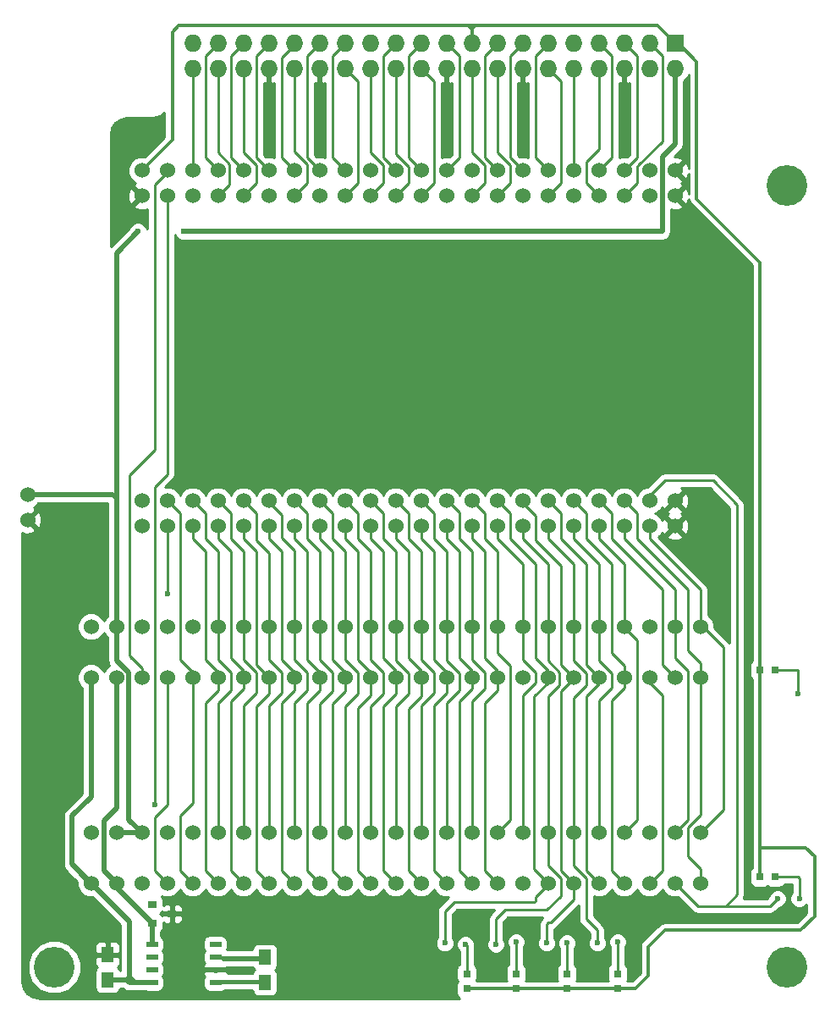
<source format=gbl>
G04 #@! TF.FileFunction,Copper,L2,Bot,Signal*
%FSLAX46Y46*%
G04 Gerber Fmt 4.6, Leading zero omitted, Abs format (unit mm)*
G04 Created by KiCad (PCBNEW 4.0.4-stable) date 12/24/16 13:35:10*
%MOMM*%
%LPD*%
G01*
G04 APERTURE LIST*
%ADD10C,0.100000*%
%ADD11C,1.524000*%
%ADD12C,4.064000*%
%ADD13R,1.727200X1.727200*%
%ADD14O,1.727200X1.727200*%
%ADD15R,0.797560X0.797560*%
%ADD16R,0.900000X0.800000*%
%ADD17R,1.143000X0.508000*%
%ADD18R,1.250000X1.500000*%
%ADD19C,0.600000*%
%ADD20C,0.300000*%
%ADD21C,0.500000*%
%ADD22C,0.250000*%
%ADD23C,0.254000*%
G04 APERTURE END LIST*
D10*
D11*
X168656000Y-129921000D03*
X168656000Y-135001000D03*
X166116000Y-129921000D03*
X166116000Y-135001000D03*
X163576000Y-129921000D03*
X163576000Y-135001000D03*
X161036000Y-129921000D03*
X161036000Y-135001000D03*
X158496000Y-129921000D03*
X158496000Y-135001000D03*
X155956000Y-129921000D03*
X155956000Y-135001000D03*
X153416000Y-129921000D03*
X153416000Y-135001000D03*
X150876000Y-129921000D03*
X150876000Y-135001000D03*
X148336000Y-129921000D03*
X148336000Y-135001000D03*
X145796000Y-129921000D03*
X145796000Y-135001000D03*
X143256000Y-129921000D03*
X143256000Y-135001000D03*
X140716000Y-129921000D03*
X140716000Y-135001000D03*
X138176000Y-129921000D03*
X138176000Y-135001000D03*
X135636000Y-129921000D03*
X135636000Y-135001000D03*
X133096000Y-129921000D03*
X133096000Y-135001000D03*
X130556000Y-129921000D03*
X130556000Y-135001000D03*
X128016000Y-129921000D03*
X128016000Y-135001000D03*
X125476000Y-129921000D03*
X125476000Y-135001000D03*
X122936000Y-129921000D03*
X122936000Y-135001000D03*
X120396000Y-129921000D03*
X120396000Y-135001000D03*
X117856000Y-129921000D03*
X117856000Y-135001000D03*
X115316000Y-129921000D03*
X115316000Y-135001000D03*
X112776000Y-129921000D03*
X112776000Y-135001000D03*
X110236000Y-129921000D03*
X110236000Y-135001000D03*
X107696000Y-129921000D03*
X107696000Y-135001000D03*
X166116000Y-63754000D03*
X166116000Y-66294000D03*
X163576000Y-63754000D03*
X163576000Y-66294000D03*
X161036000Y-63754000D03*
X161036000Y-66294000D03*
X158496000Y-63754000D03*
X158496000Y-66294000D03*
X155956000Y-63754000D03*
X155956000Y-66294000D03*
X153416000Y-63754000D03*
X153416000Y-66294000D03*
X150876000Y-63754000D03*
X150876000Y-66294000D03*
X148336000Y-63754000D03*
X148336000Y-66294000D03*
X145796000Y-63754000D03*
X145796000Y-66294000D03*
X143256000Y-63754000D03*
X143256000Y-66294000D03*
X140716000Y-63754000D03*
X140716000Y-66294000D03*
X138176000Y-63754000D03*
X138176000Y-66294000D03*
X135636000Y-63754000D03*
X135636000Y-66294000D03*
X133096000Y-63754000D03*
X133096000Y-66294000D03*
X130556000Y-63754000D03*
X130556000Y-66294000D03*
X128016000Y-63754000D03*
X128016000Y-66294000D03*
X125476000Y-63754000D03*
X125476000Y-66294000D03*
X122936000Y-63754000D03*
X122936000Y-66294000D03*
X120396000Y-63754000D03*
X120396000Y-66294000D03*
X117856000Y-63754000D03*
X117856000Y-66294000D03*
X115316000Y-63754000D03*
X115316000Y-66294000D03*
X112776000Y-63754000D03*
X112776000Y-66294000D03*
X112776000Y-99314000D03*
X112776000Y-96774000D03*
X115316000Y-99314000D03*
X115316000Y-96774000D03*
X117856000Y-99314000D03*
X117856000Y-96774000D03*
X120396000Y-99314000D03*
X120396000Y-96774000D03*
X122936000Y-99314000D03*
X122936000Y-96774000D03*
X125476000Y-99314000D03*
X125476000Y-96774000D03*
X128016000Y-99314000D03*
X128016000Y-96774000D03*
X130556000Y-99314000D03*
X130556000Y-96774000D03*
X133096000Y-99314000D03*
X133096000Y-96774000D03*
X135636000Y-99314000D03*
X135636000Y-96774000D03*
X138176000Y-99314000D03*
X138176000Y-96774000D03*
X140716000Y-99314000D03*
X140716000Y-96774000D03*
X143256000Y-99314000D03*
X143256000Y-96774000D03*
X145796000Y-99314000D03*
X145796000Y-96774000D03*
X148336000Y-99314000D03*
X148336000Y-96774000D03*
X150876000Y-99314000D03*
X150876000Y-96774000D03*
X153416000Y-99314000D03*
X153416000Y-96774000D03*
X155956000Y-99314000D03*
X155956000Y-96774000D03*
X158496000Y-99314000D03*
X158496000Y-96774000D03*
X161036000Y-99314000D03*
X161036000Y-96774000D03*
X163576000Y-99314000D03*
X163576000Y-96774000D03*
X166116000Y-99314000D03*
X166116000Y-96774000D03*
X101346000Y-98679000D03*
X101346000Y-96139000D03*
D12*
X177292000Y-65278000D03*
X104013000Y-143383000D03*
D13*
X166116000Y-51054000D03*
D14*
X166116000Y-53594000D03*
X163576000Y-51054000D03*
X163576000Y-53594000D03*
X161036000Y-51054000D03*
X161036000Y-53594000D03*
X158496000Y-51054000D03*
X158496000Y-53594000D03*
X155956000Y-51054000D03*
X155956000Y-53594000D03*
X153416000Y-51054000D03*
X153416000Y-53594000D03*
X150876000Y-51054000D03*
X150876000Y-53594000D03*
X148336000Y-51054000D03*
X148336000Y-53594000D03*
X145796000Y-51054000D03*
X145796000Y-53594000D03*
X143256000Y-51054000D03*
X143256000Y-53594000D03*
X140716000Y-51054000D03*
X140716000Y-53594000D03*
X138176000Y-51054000D03*
X138176000Y-53594000D03*
X135636000Y-51054000D03*
X135636000Y-53594000D03*
X133096000Y-51054000D03*
X133096000Y-53594000D03*
X130556000Y-51054000D03*
X130556000Y-53594000D03*
X128016000Y-51054000D03*
X128016000Y-53594000D03*
X125476000Y-51054000D03*
X125476000Y-53594000D03*
X122936000Y-51054000D03*
X122936000Y-53594000D03*
X120396000Y-51054000D03*
X120396000Y-53594000D03*
X117856000Y-51054000D03*
X117856000Y-53594000D03*
D15*
X176136300Y-134366000D03*
X174637700Y-134366000D03*
X145288000Y-144030700D03*
X145288000Y-145529300D03*
X150241000Y-144030700D03*
X150241000Y-145529300D03*
X176136300Y-113665000D03*
X174637700Y-113665000D03*
X155321000Y-144030700D03*
X155321000Y-145529300D03*
X160401000Y-144030700D03*
X160401000Y-145529300D03*
D16*
X113808000Y-138999000D03*
X113808000Y-137099000D03*
X115808000Y-138049000D03*
D17*
X113792000Y-141097000D03*
X113792000Y-142367000D03*
X113792000Y-143637000D03*
X113792000Y-144907000D03*
X120142000Y-144907000D03*
X120142000Y-143637000D03*
X120142000Y-142367000D03*
X120142000Y-141097000D03*
D18*
X125095000Y-142387000D03*
X125095000Y-144887000D03*
X109347000Y-142133000D03*
X109347000Y-144633000D03*
D12*
X177292000Y-143383000D03*
D11*
X168656000Y-109347000D03*
X168656000Y-114427000D03*
X166116000Y-109347000D03*
X166116000Y-114427000D03*
X163576000Y-109347000D03*
X163576000Y-114427000D03*
X161036000Y-109347000D03*
X161036000Y-114427000D03*
X158496000Y-109347000D03*
X158496000Y-114427000D03*
X155956000Y-109347000D03*
X155956000Y-114427000D03*
X153416000Y-109347000D03*
X153416000Y-114427000D03*
X150876000Y-109347000D03*
X150876000Y-114427000D03*
X148336000Y-109347000D03*
X148336000Y-114427000D03*
X145796000Y-109347000D03*
X145796000Y-114427000D03*
X143256000Y-109347000D03*
X143256000Y-114427000D03*
X140716000Y-109347000D03*
X140716000Y-114427000D03*
X138176000Y-109347000D03*
X138176000Y-114427000D03*
X135636000Y-109347000D03*
X135636000Y-114427000D03*
X133096000Y-109347000D03*
X133096000Y-114427000D03*
X130556000Y-109347000D03*
X130556000Y-114427000D03*
X128016000Y-109347000D03*
X128016000Y-114427000D03*
X125476000Y-109347000D03*
X125476000Y-114427000D03*
X122936000Y-109347000D03*
X122936000Y-114427000D03*
X120396000Y-109347000D03*
X120396000Y-114427000D03*
X117856000Y-109347000D03*
X117856000Y-114427000D03*
X115316000Y-109347000D03*
X115316000Y-114427000D03*
X112776000Y-109347000D03*
X112776000Y-114427000D03*
X110236000Y-109347000D03*
X110236000Y-114427000D03*
X107696000Y-109347000D03*
X107696000Y-114427000D03*
D19*
X112395000Y-69850000D03*
X116967000Y-69850000D03*
X158369000Y-140970000D03*
X153289000Y-140970000D03*
X148209000Y-141097000D03*
X143095980Y-140970000D03*
X115316000Y-106045000D03*
X176403000Y-136525000D03*
X114046000Y-127127000D03*
X178562000Y-136525000D03*
X145161000Y-141097000D03*
X150241000Y-140843000D03*
X178435000Y-116078000D03*
X155321000Y-140970000D03*
X160401000Y-140843000D03*
D20*
X145288000Y-145529300D02*
X150241000Y-145529300D01*
X150241000Y-145529300D02*
X155321000Y-145529300D01*
X155321000Y-145529300D02*
X160401000Y-145529300D01*
X160401000Y-145529300D02*
X160413700Y-145542000D01*
X160413700Y-145542000D02*
X162179000Y-145542000D01*
X162179000Y-145542000D02*
X163449000Y-144272000D01*
X163449000Y-144272000D02*
X163449000Y-141351000D01*
X163449000Y-141351000D02*
X165100000Y-139700000D01*
X165100000Y-139700000D02*
X178689000Y-139700000D01*
X178689000Y-139700000D02*
X180086000Y-138303000D01*
X180086000Y-138303000D02*
X180086000Y-132334000D01*
X180086000Y-132334000D02*
X179197000Y-131445000D01*
X179197000Y-131445000D02*
X174637700Y-131445000D01*
X168287700Y-63754000D02*
X168287700Y-66560700D01*
X174637700Y-72910700D02*
X174637700Y-74815700D01*
X168287700Y-66560700D02*
X174637700Y-72910700D01*
X145796000Y-49530000D02*
X145669000Y-49530000D01*
X145669000Y-49530000D02*
X145415000Y-49276000D01*
X145796000Y-49530000D02*
X145796000Y-49530000D01*
X145796000Y-49530000D02*
X145923000Y-49530000D01*
X145923000Y-49530000D02*
X146177000Y-49276000D01*
X145796000Y-51054000D02*
X145796000Y-49530000D01*
X145796000Y-49530000D02*
X145796000Y-49276000D01*
X145796000Y-49276000D02*
X145669000Y-49276000D01*
X166116000Y-51054000D02*
X164338000Y-49276000D01*
X164338000Y-49276000D02*
X146177000Y-49276000D01*
X115824000Y-60706000D02*
X112776000Y-63754000D01*
X145415000Y-49276000D02*
X116459000Y-49276000D01*
X116459000Y-49276000D02*
X115824000Y-49911000D01*
X115824000Y-49911000D02*
X115824000Y-60706000D01*
X146177000Y-49276000D02*
X145669000Y-49276000D01*
X145669000Y-49276000D02*
X145415000Y-49276000D01*
X174637700Y-77089000D02*
X174637700Y-76301600D01*
X174650400Y-76288900D02*
X174637700Y-76288900D01*
X174637700Y-76301600D02*
X174650400Y-76288900D01*
X166116000Y-51054000D02*
X166458900Y-51054000D01*
X166458900Y-51054000D02*
X168287700Y-52882800D01*
X168287700Y-52882800D02*
X168287700Y-63754000D01*
X174637700Y-86106000D02*
X174637700Y-113665000D01*
X174637700Y-113665000D02*
X174637700Y-128905000D01*
X174637700Y-128905000D02*
X174637700Y-131445000D01*
X174637700Y-131445000D02*
X174637700Y-134366000D01*
X166116000Y-51054000D02*
X166370000Y-51054000D01*
X174637700Y-74815700D02*
X174637700Y-76288900D01*
X174637700Y-76288900D02*
X174637700Y-80137000D01*
X174637700Y-80137000D02*
X174637700Y-83058000D01*
X174637700Y-83058000D02*
X174637700Y-86106000D01*
X166116000Y-51054000D02*
X166243000Y-51054000D01*
X166116000Y-51054000D02*
X166446200Y-51054000D01*
D21*
X166116000Y-53594000D02*
X166116000Y-61087000D01*
X164846000Y-62357000D02*
X164846000Y-69850000D01*
X166116000Y-61087000D02*
X164846000Y-62357000D01*
X110236000Y-72009000D02*
X110236000Y-109347000D01*
X112395000Y-69850000D02*
X110236000Y-72009000D01*
X164846000Y-69850000D02*
X116967000Y-69850000D01*
X112776000Y-129921000D02*
X110236000Y-129921000D01*
X111480412Y-113944588D02*
X111480412Y-128625412D01*
X111480412Y-128625412D02*
X112776000Y-129921000D01*
X110236000Y-109347000D02*
X110236000Y-112700176D01*
X110236000Y-112700176D02*
X111480412Y-113944588D01*
X101346000Y-96139000D02*
X109855000Y-96139000D01*
X110236000Y-109347000D02*
X110236000Y-96520000D01*
X110236000Y-96520000D02*
X109855000Y-96139000D01*
X109855000Y-96139000D02*
X110236000Y-96520000D01*
X110236000Y-88900000D02*
X110236000Y-109474000D01*
D22*
X163576000Y-51054000D02*
X164846000Y-52324000D01*
X162306000Y-65024000D02*
X161036000Y-66294000D01*
X162306000Y-63373000D02*
X162306000Y-65024000D01*
X162433000Y-63246000D02*
X162306000Y-63373000D01*
X164846000Y-60833000D02*
X162433000Y-63246000D01*
X164846000Y-52324000D02*
X164846000Y-60833000D01*
X161036000Y-51054000D02*
X162306000Y-52324000D01*
X162306000Y-62484000D02*
X161036000Y-63754000D01*
X162306000Y-52324000D02*
X162306000Y-62484000D01*
X158496000Y-51054000D02*
X159766000Y-52324000D01*
X159766000Y-62484000D02*
X158496000Y-63754000D01*
X159766000Y-52324000D02*
X159766000Y-62484000D01*
X158496000Y-53594000D02*
X158496000Y-61595000D01*
X157226000Y-65024000D02*
X158496000Y-66294000D01*
X157226000Y-62865000D02*
X157226000Y-65024000D01*
X158496000Y-61595000D02*
X157226000Y-62865000D01*
X155956000Y-53594000D02*
X155956000Y-63754000D01*
X153416000Y-51054000D02*
X152146000Y-52324000D01*
X152146000Y-62484000D02*
X153416000Y-63754000D01*
X152146000Y-52324000D02*
X152146000Y-62484000D01*
X153416000Y-53594000D02*
X154686000Y-54864000D01*
X154686000Y-65024000D02*
X153416000Y-66294000D01*
X154686000Y-54864000D02*
X154686000Y-65024000D01*
X150876000Y-51054000D02*
X149606000Y-52324000D01*
X149606000Y-62484000D02*
X150876000Y-63754000D01*
X149606000Y-52324000D02*
X149606000Y-62484000D01*
X148336000Y-51054000D02*
X147066000Y-52324000D01*
X147066000Y-62484000D02*
X148336000Y-63754000D01*
X147066000Y-52324000D02*
X147066000Y-62484000D01*
X148336000Y-53594000D02*
X148336000Y-61976000D01*
X149606000Y-65024000D02*
X148336000Y-66294000D01*
X149606000Y-63246000D02*
X149606000Y-65024000D01*
X148336000Y-61976000D02*
X149606000Y-63246000D01*
X145796000Y-53594000D02*
X145796000Y-61976000D01*
X147066000Y-65024000D02*
X145796000Y-66294000D01*
X147066000Y-63246000D02*
X147066000Y-65024000D01*
X145796000Y-61976000D02*
X147066000Y-63246000D01*
X143256000Y-51054000D02*
X144526000Y-52324000D01*
X144526000Y-62484000D02*
X143256000Y-63754000D01*
X144526000Y-52324000D02*
X144526000Y-62484000D01*
X140716000Y-51054000D02*
X139446000Y-52324000D01*
X139446000Y-62484000D02*
X140716000Y-63754000D01*
X139446000Y-52324000D02*
X139446000Y-62484000D01*
X140716000Y-53594000D02*
X141986000Y-54864000D01*
X141986000Y-65024000D02*
X140716000Y-66294000D01*
X141986000Y-54864000D02*
X141986000Y-65024000D01*
X138176000Y-51054000D02*
X136906000Y-52324000D01*
X136906000Y-62484000D02*
X138176000Y-63754000D01*
X136906000Y-52324000D02*
X136906000Y-62484000D01*
X138176000Y-53594000D02*
X138176000Y-62103000D01*
X139446000Y-65024000D02*
X138176000Y-66294000D01*
X139446000Y-63373000D02*
X139446000Y-65024000D01*
X138176000Y-62103000D02*
X139446000Y-63373000D01*
X135636000Y-53594000D02*
X135636000Y-61976000D01*
X136906000Y-65024000D02*
X135636000Y-66294000D01*
X136906000Y-63246000D02*
X136906000Y-65024000D01*
X135636000Y-61976000D02*
X136906000Y-63246000D01*
X133096000Y-51054000D02*
X131826000Y-52324000D01*
X131826000Y-62484000D02*
X133096000Y-63754000D01*
X131826000Y-52324000D02*
X131826000Y-62484000D01*
X133096000Y-53594000D02*
X134366000Y-54864000D01*
X134366000Y-65024000D02*
X133096000Y-66294000D01*
X134366000Y-54864000D02*
X134366000Y-65024000D01*
X130556000Y-51054000D02*
X129286000Y-52324000D01*
X129286000Y-62484000D02*
X130556000Y-63754000D01*
X129286000Y-52324000D02*
X129286000Y-62484000D01*
X128016000Y-51054000D02*
X128016000Y-51181000D01*
X128016000Y-51181000D02*
X126746000Y-52451000D01*
X126746000Y-52451000D02*
X126746000Y-62484000D01*
X126746000Y-62484000D02*
X128016000Y-63754000D01*
X128016000Y-53594000D02*
X128016000Y-61850398D01*
X129286000Y-65024000D02*
X128016000Y-66294000D01*
X129286000Y-63120398D02*
X129286000Y-65024000D01*
X128016000Y-61850398D02*
X129286000Y-63120398D01*
X125476000Y-51054000D02*
X124206000Y-52324000D01*
X124206000Y-62484000D02*
X125476000Y-63754000D01*
X124206000Y-52324000D02*
X124206000Y-62484000D01*
X122936000Y-51054000D02*
X121666000Y-52324000D01*
X121666000Y-62484000D02*
X122936000Y-63754000D01*
X121666000Y-52324000D02*
X121666000Y-62484000D01*
X122936000Y-53594000D02*
X122936000Y-61976000D01*
X124206000Y-65024000D02*
X122936000Y-66294000D01*
X124206000Y-63246000D02*
X124206000Y-65024000D01*
X122936000Y-61976000D02*
X124206000Y-63246000D01*
X120396000Y-51054000D02*
X119126000Y-52324000D01*
X119126000Y-62484000D02*
X120396000Y-63754000D01*
X119126000Y-52324000D02*
X119126000Y-62484000D01*
X120396000Y-53594000D02*
X120396000Y-61976000D01*
X121539000Y-65151000D02*
X120396000Y-66294000D01*
X121539000Y-63119000D02*
X121539000Y-65151000D01*
X120396000Y-61976000D02*
X121539000Y-63119000D01*
X117856000Y-53594000D02*
X117856000Y-63754000D01*
X163576000Y-99314000D02*
X163576000Y-100584000D01*
X168656000Y-105664000D02*
X168656000Y-109347000D01*
X163576000Y-100584000D02*
X168656000Y-105664000D01*
X168656000Y-109347000D02*
X168910000Y-109347000D01*
X168910000Y-109347000D02*
X170942000Y-111379000D01*
X170942000Y-127635000D02*
X168656000Y-129921000D01*
X170942000Y-111379000D02*
X170942000Y-127635000D01*
X161036000Y-96774000D02*
X162306000Y-98044000D01*
X168656000Y-113030000D02*
X168656000Y-114427000D01*
X167386000Y-111760000D02*
X168656000Y-113030000D01*
X167386000Y-105664000D02*
X167386000Y-111760000D01*
X162306000Y-100584000D02*
X167386000Y-105664000D01*
X162306000Y-98044000D02*
X162306000Y-100584000D01*
X168656000Y-133604000D02*
X168656000Y-135001000D01*
X167386000Y-132334000D02*
X168656000Y-133604000D01*
X167386000Y-129413000D02*
X167386000Y-132334000D01*
X168656000Y-114427000D02*
X168656000Y-128143000D01*
X168656000Y-128143000D02*
X167386000Y-129413000D01*
X161036000Y-99314000D02*
X161036000Y-100584000D01*
X166116000Y-105664000D02*
X166116000Y-109347000D01*
X161036000Y-100584000D02*
X166116000Y-105664000D01*
X166116000Y-109347000D02*
X166116000Y-112522000D01*
X167386000Y-128651000D02*
X166116000Y-129921000D01*
X167386000Y-113792000D02*
X167386000Y-128651000D01*
X166116000Y-112522000D02*
X167386000Y-113792000D01*
X158496000Y-96774000D02*
X159766000Y-98044000D01*
X164846000Y-113157000D02*
X166116000Y-114427000D01*
X164846000Y-105664000D02*
X164846000Y-113157000D01*
X159766000Y-100584000D02*
X164846000Y-105664000D01*
X159766000Y-98044000D02*
X159766000Y-100584000D01*
X163576000Y-114427000D02*
X163576000Y-114935000D01*
X163576000Y-114935000D02*
X164846000Y-116205000D01*
X164846000Y-116205000D02*
X164846000Y-133731000D01*
X164846000Y-133731000D02*
X163576000Y-135001000D01*
X158496000Y-99314000D02*
X158496000Y-100584000D01*
X161036000Y-103124000D02*
X161036000Y-109347000D01*
X158496000Y-100584000D02*
X161036000Y-103124000D01*
X161036000Y-109347000D02*
X161036000Y-109474000D01*
X161036000Y-109474000D02*
X162306000Y-110744000D01*
X162306000Y-128651000D02*
X161036000Y-129921000D01*
X162306000Y-110744000D02*
X162306000Y-128651000D01*
X155956000Y-96774000D02*
X157226000Y-98044000D01*
X161036000Y-113284000D02*
X161036000Y-114427000D01*
X159766000Y-112014000D02*
X161036000Y-113284000D01*
X159766000Y-103124000D02*
X159766000Y-112014000D01*
X157226000Y-100584000D02*
X159766000Y-103124000D01*
X157226000Y-98044000D02*
X157226000Y-100584000D01*
X159766000Y-133731000D02*
X161036000Y-135001000D01*
X159766000Y-116713000D02*
X159766000Y-133731000D01*
X161036000Y-114427000D02*
X161036000Y-115443000D01*
X161036000Y-115443000D02*
X159766000Y-116713000D01*
X161036000Y-114046000D02*
X161036000Y-114427000D01*
X161036000Y-114300000D02*
X161036000Y-114427000D01*
X155956000Y-99314000D02*
X155956000Y-100584000D01*
X158496000Y-103124000D02*
X158496000Y-109347000D01*
X155956000Y-100584000D02*
X158496000Y-103124000D01*
X158496000Y-109347000D02*
X158496000Y-112776000D01*
X158496000Y-116713000D02*
X158496000Y-129921000D01*
X159766000Y-115443000D02*
X158496000Y-116713000D01*
X159766000Y-114046000D02*
X159766000Y-115443000D01*
X158496000Y-112776000D02*
X159766000Y-114046000D01*
X153416000Y-96774000D02*
X154686000Y-98044000D01*
X157226000Y-113157000D02*
X158496000Y-114427000D01*
X157226000Y-103124000D02*
X157226000Y-113157000D01*
X154686000Y-100584000D02*
X157226000Y-103124000D01*
X154686000Y-98044000D02*
X154686000Y-100584000D01*
X157226000Y-133731000D02*
X158496000Y-135001000D01*
X158496000Y-114427000D02*
X158496000Y-115062000D01*
X158496000Y-115062000D02*
X157226000Y-116332000D01*
X157226000Y-116332000D02*
X157226000Y-133731000D01*
X155956000Y-129921000D02*
X155956000Y-133223000D01*
X158369000Y-139700000D02*
X158369000Y-140970000D01*
X157226000Y-138557000D02*
X158369000Y-139700000D01*
X157226000Y-134493000D02*
X157226000Y-138557000D01*
X155956000Y-133223000D02*
X157226000Y-134493000D01*
X153416000Y-99314000D02*
X153416000Y-98640900D01*
X153416000Y-99314000D02*
X153416000Y-100584000D01*
X155956000Y-103124000D02*
X155956000Y-109347000D01*
X153416000Y-100584000D02*
X155956000Y-103124000D01*
X155956000Y-109347000D02*
X155956000Y-112776000D01*
X155956000Y-112776000D02*
X157226000Y-114046000D01*
X157226000Y-114046000D02*
X157226000Y-115189000D01*
X157226000Y-115189000D02*
X155956000Y-116459000D01*
X155956000Y-116459000D02*
X155956000Y-129921000D01*
X155956000Y-135001000D02*
X155956000Y-136652000D01*
X153289000Y-139065000D02*
X153289000Y-140970000D01*
X153416000Y-138938000D02*
X153289000Y-139065000D01*
X153670000Y-138938000D02*
X153416000Y-138938000D01*
X155956000Y-136652000D02*
X153670000Y-138938000D01*
X150876000Y-96774000D02*
X150876000Y-97028000D01*
X150876000Y-97028000D02*
X152146000Y-98298000D01*
X154686000Y-103251000D02*
X154686000Y-111760000D01*
X152146000Y-100711000D02*
X154686000Y-103251000D01*
X152146000Y-98298000D02*
X152146000Y-100711000D01*
X154686000Y-133731000D02*
X155956000Y-135001000D01*
X155956000Y-114427000D02*
X154686000Y-113157000D01*
X154686000Y-113157000D02*
X154686000Y-111760000D01*
X154686000Y-111760000D02*
X154686000Y-113030000D01*
X150876000Y-96774000D02*
X150876000Y-96901000D01*
X155956000Y-114427000D02*
X155956000Y-114554000D01*
X155956000Y-114554000D02*
X154686000Y-115824000D01*
X154686000Y-115824000D02*
X154686000Y-133731000D01*
X153416000Y-129921000D02*
X153416000Y-133223000D01*
X148209000Y-138557000D02*
X148209000Y-141097000D01*
X149098000Y-137668000D02*
X148209000Y-138557000D01*
X153289000Y-137668000D02*
X149098000Y-137668000D01*
X154686000Y-136271000D02*
X153289000Y-137668000D01*
X154686000Y-134493000D02*
X154686000Y-136271000D01*
X153416000Y-133223000D02*
X154686000Y-134493000D01*
X150876000Y-98602800D02*
X150876000Y-99314000D01*
X150876000Y-99314000D02*
X150876000Y-100584000D01*
X153416000Y-103124000D02*
X153416000Y-109347000D01*
X150876000Y-100584000D02*
X153416000Y-103124000D01*
X153416000Y-109347000D02*
X153416000Y-112776000D01*
X153416000Y-112776000D02*
X154559000Y-113919000D01*
X154559000Y-113919000D02*
X154559000Y-115189000D01*
X154559000Y-115189000D02*
X153416000Y-116332000D01*
X153416000Y-116332000D02*
X153416000Y-129921000D01*
X153416000Y-135001000D02*
X153416000Y-135128000D01*
X153416000Y-135128000D02*
X152146000Y-136398000D01*
X143095980Y-140970000D02*
X143129000Y-140970000D01*
X143095980Y-137828020D02*
X143095980Y-140970000D01*
X144018000Y-136906000D02*
X143095980Y-137828020D01*
X152019000Y-136906000D02*
X144018000Y-136906000D01*
X152146000Y-136779000D02*
X152019000Y-136906000D01*
X152146000Y-136398000D02*
X152146000Y-136779000D01*
X149606000Y-98044000D02*
X149606000Y-100584000D01*
X149606000Y-100584000D02*
X152146000Y-103124000D01*
X152146000Y-103124000D02*
X152146000Y-112522000D01*
X152146000Y-112522000D02*
X153416000Y-113792000D01*
X148336000Y-96774000D02*
X149606000Y-98044000D01*
X153416000Y-113792000D02*
X153416000Y-114427000D01*
X152019000Y-133604000D02*
X153416000Y-135001000D01*
X153416000Y-114427000D02*
X153416000Y-114935000D01*
X153416000Y-114935000D02*
X152019000Y-116332000D01*
X152019000Y-116332000D02*
X152019000Y-133604000D01*
X148336000Y-99314000D02*
X148336000Y-100584000D01*
X150876000Y-103124000D02*
X150876000Y-109347000D01*
X148336000Y-100584000D02*
X150876000Y-103124000D01*
X150876000Y-109347000D02*
X150876000Y-112649000D01*
X150876000Y-116205000D02*
X150876000Y-129921000D01*
X152146000Y-114935000D02*
X150876000Y-116205000D01*
X152146000Y-113919000D02*
X152146000Y-114935000D01*
X150876000Y-112649000D02*
X152146000Y-113919000D01*
X145796000Y-96774000D02*
X147066000Y-98044000D01*
X148336000Y-101854000D02*
X148336000Y-109347000D01*
X147066000Y-100584000D02*
X148336000Y-101854000D01*
X147066000Y-98044000D02*
X147066000Y-100584000D01*
X148336000Y-109347000D02*
X148336000Y-112014000D01*
X148336000Y-112014000D02*
X149606000Y-113284000D01*
X149606000Y-113284000D02*
X149606000Y-128651000D01*
X149606000Y-128651000D02*
X148336000Y-129921000D01*
X145796000Y-99314000D02*
X145796000Y-100584000D01*
X147066000Y-112522000D02*
X148336000Y-113792000D01*
X147066000Y-101854000D02*
X147066000Y-112522000D01*
X145796000Y-100584000D02*
X147066000Y-101854000D01*
X148336000Y-113792000D02*
X148336000Y-114427000D01*
X147066000Y-133731000D02*
X148336000Y-135001000D01*
X147066000Y-116967000D02*
X147066000Y-133731000D01*
X148336000Y-114427000D02*
X148336000Y-115697000D01*
X148336000Y-115697000D02*
X147066000Y-116967000D01*
X143256000Y-96774000D02*
X143383000Y-96774000D01*
X143383000Y-96774000D02*
X144526000Y-97917000D01*
X145796000Y-101854000D02*
X145796000Y-109347000D01*
X144526000Y-100584000D02*
X145796000Y-101854000D01*
X144526000Y-97917000D02*
X144526000Y-100584000D01*
X145796000Y-109347000D02*
X145796000Y-112649000D01*
X145796000Y-116840000D02*
X145796000Y-129921000D01*
X147066000Y-115570000D02*
X145796000Y-116840000D01*
X147066000Y-113919000D02*
X147066000Y-115570000D01*
X145796000Y-112649000D02*
X147066000Y-113919000D01*
X143256000Y-99314000D02*
X143256000Y-100584000D01*
X144526000Y-112522000D02*
X145796000Y-113792000D01*
X144526000Y-101854000D02*
X144526000Y-112522000D01*
X143256000Y-100584000D02*
X144526000Y-101854000D01*
X145796000Y-113792000D02*
X145796000Y-114427000D01*
X144526000Y-133731000D02*
X145796000Y-135001000D01*
X144526000Y-116840000D02*
X144526000Y-133731000D01*
X145796000Y-114427000D02*
X145796000Y-115570000D01*
X145796000Y-115570000D02*
X144526000Y-116840000D01*
X140716000Y-96774000D02*
X141986000Y-98044000D01*
X143256000Y-101854000D02*
X143256000Y-109347000D01*
X141986000Y-100584000D02*
X143256000Y-101854000D01*
X141986000Y-98044000D02*
X141986000Y-100584000D01*
X143256000Y-109347000D02*
X143256000Y-112776000D01*
X143256000Y-116967000D02*
X143256000Y-129921000D01*
X144526000Y-115697000D02*
X143256000Y-116967000D01*
X144526000Y-114046000D02*
X144526000Y-115697000D01*
X143256000Y-112776000D02*
X144526000Y-114046000D01*
X140716000Y-99314000D02*
X140716000Y-100584000D01*
X141986000Y-112649000D02*
X143256000Y-113919000D01*
X141986000Y-101854000D02*
X141986000Y-112649000D01*
X140716000Y-100584000D02*
X141986000Y-101854000D01*
X143256000Y-113919000D02*
X143256000Y-114427000D01*
X141986000Y-133731000D02*
X143256000Y-135001000D01*
X141986000Y-117221000D02*
X141986000Y-133731000D01*
X143256000Y-114427000D02*
X143256000Y-115951000D01*
X143256000Y-115951000D02*
X141986000Y-117221000D01*
X138176000Y-96774000D02*
X139446000Y-98044000D01*
X140716000Y-101854000D02*
X140716000Y-109347000D01*
X139446000Y-100584000D02*
X140716000Y-101854000D01*
X139446000Y-98044000D02*
X139446000Y-100584000D01*
X138176000Y-96774000D02*
X138176000Y-96901000D01*
X140716000Y-109347000D02*
X140716000Y-112649000D01*
X140716000Y-117221000D02*
X140716000Y-129921000D01*
X141986000Y-115951000D02*
X140716000Y-117221000D01*
X141986000Y-113919000D02*
X141986000Y-115951000D01*
X140716000Y-112649000D02*
X141986000Y-113919000D01*
X138176000Y-99314000D02*
X138176000Y-100584000D01*
X139446000Y-112522000D02*
X140716000Y-113792000D01*
X139446000Y-101854000D02*
X139446000Y-112522000D01*
X138176000Y-100584000D02*
X139446000Y-101854000D01*
X140716000Y-113792000D02*
X140716000Y-114427000D01*
X139446000Y-133731000D02*
X140716000Y-135001000D01*
X139446000Y-117602000D02*
X139446000Y-133731000D01*
X140716000Y-114427000D02*
X140716000Y-116332000D01*
X140716000Y-116332000D02*
X139446000Y-117602000D01*
X135636000Y-96774000D02*
X136906000Y-98044000D01*
X138176000Y-101854000D02*
X138176000Y-109347000D01*
X136906000Y-100584000D02*
X138176000Y-101854000D01*
X136906000Y-98044000D02*
X136906000Y-100584000D01*
X135636000Y-96774000D02*
X135890000Y-96774000D01*
X138176000Y-109347000D02*
X138176000Y-112776000D01*
X138176000Y-117348000D02*
X138176000Y-129921000D01*
X139446000Y-116078000D02*
X138176000Y-117348000D01*
X139446000Y-114046000D02*
X139446000Y-116078000D01*
X138176000Y-112776000D02*
X139446000Y-114046000D01*
X135636000Y-99314000D02*
X135636000Y-100584000D01*
X136906000Y-112522000D02*
X138176000Y-113792000D01*
X136906000Y-101854000D02*
X136906000Y-112522000D01*
X135636000Y-100584000D02*
X136906000Y-101854000D01*
X138176000Y-113792000D02*
X138176000Y-114427000D01*
X136906000Y-133731000D02*
X138176000Y-135001000D01*
X136906000Y-117348000D02*
X136906000Y-133731000D01*
X138176000Y-114427000D02*
X138176000Y-116078000D01*
X138176000Y-116078000D02*
X136906000Y-117348000D01*
X133096000Y-96774000D02*
X134366000Y-98044000D01*
X135636000Y-101854000D02*
X135636000Y-109347000D01*
X134366000Y-100584000D02*
X135636000Y-101854000D01*
X134366000Y-98044000D02*
X134366000Y-100584000D01*
X135636000Y-109347000D02*
X135636000Y-112649000D01*
X135636000Y-117348000D02*
X135636000Y-129921000D01*
X136906000Y-116078000D02*
X135636000Y-117348000D01*
X136906000Y-113919000D02*
X136906000Y-116078000D01*
X135636000Y-112649000D02*
X136906000Y-113919000D01*
X133096000Y-99314000D02*
X133096000Y-100584000D01*
X134366000Y-112649000D02*
X135636000Y-113919000D01*
X134366000Y-101854000D02*
X134366000Y-112649000D01*
X133096000Y-100584000D02*
X134366000Y-101854000D01*
X135636000Y-113919000D02*
X135636000Y-114427000D01*
X134366000Y-133731000D02*
X135636000Y-135001000D01*
X134366000Y-117475000D02*
X134366000Y-133731000D01*
X135636000Y-114427000D02*
X135636000Y-116205000D01*
X135636000Y-116205000D02*
X134366000Y-117475000D01*
X130556000Y-96774000D02*
X131826000Y-98044000D01*
X133096000Y-101854000D02*
X133096000Y-109347000D01*
X131826000Y-100584000D02*
X133096000Y-101854000D01*
X131826000Y-98044000D02*
X131826000Y-100584000D01*
X130556000Y-96774000D02*
X130683000Y-96774000D01*
X133096000Y-109347000D02*
X133096000Y-112649000D01*
X133096000Y-117348000D02*
X133096000Y-129921000D01*
X134366000Y-116078000D02*
X133096000Y-117348000D01*
X134366000Y-113919000D02*
X134366000Y-116078000D01*
X133096000Y-112649000D02*
X134366000Y-113919000D01*
X130556000Y-99314000D02*
X130556000Y-100584000D01*
X131826000Y-112649000D02*
X133096000Y-113919000D01*
X131826000Y-101854000D02*
X131826000Y-112649000D01*
X130556000Y-100584000D02*
X131826000Y-101854000D01*
X133096000Y-113919000D02*
X133096000Y-114427000D01*
X131826000Y-133731000D02*
X133096000Y-135001000D01*
X131826000Y-117094000D02*
X131826000Y-133731000D01*
X133096000Y-114427000D02*
X133096000Y-115824000D01*
X133096000Y-115824000D02*
X131826000Y-117094000D01*
X128016000Y-96774000D02*
X129286000Y-98044000D01*
X130556000Y-101854000D02*
X130556000Y-109347000D01*
X129286000Y-100584000D02*
X130556000Y-101854000D01*
X129286000Y-98044000D02*
X129286000Y-100584000D01*
X130556000Y-109347000D02*
X130556000Y-112649000D01*
X130556000Y-112649000D02*
X131826000Y-113919000D01*
X131826000Y-113919000D02*
X131826000Y-115824000D01*
X131826000Y-115824000D02*
X130556000Y-117094000D01*
X130556000Y-117094000D02*
X130556000Y-129921000D01*
X128016000Y-99314000D02*
X128016000Y-100584000D01*
X129286000Y-112649000D02*
X130556000Y-113919000D01*
X129286000Y-112395000D02*
X129286000Y-112649000D01*
X129286000Y-101854000D02*
X129286000Y-112395000D01*
X128016000Y-100584000D02*
X129286000Y-101854000D01*
X130556000Y-113919000D02*
X130556000Y-114427000D01*
X129286000Y-133731000D02*
X130556000Y-135001000D01*
X129286000Y-116967000D02*
X129286000Y-133731000D01*
X130556000Y-114427000D02*
X130556000Y-115697000D01*
X130556000Y-115697000D02*
X129286000Y-116967000D01*
X125476000Y-96774000D02*
X125476000Y-96901000D01*
X125476000Y-96901000D02*
X126746000Y-98171000D01*
X126746000Y-98171000D02*
X126746000Y-100457000D01*
X126746000Y-100457000D02*
X128016000Y-101727000D01*
X128016000Y-101727000D02*
X128016000Y-109347000D01*
X128016000Y-109347000D02*
X128016000Y-112649000D01*
X128016000Y-112649000D02*
X129286000Y-113919000D01*
X129286000Y-113919000D02*
X129286000Y-115697000D01*
X129286000Y-115697000D02*
X128016000Y-116967000D01*
X128016000Y-116967000D02*
X128016000Y-129921000D01*
X125476000Y-99314000D02*
X125476000Y-100584000D01*
X126746000Y-112649000D02*
X128016000Y-113919000D01*
X126746000Y-101854000D02*
X126746000Y-112649000D01*
X125476000Y-100584000D02*
X126746000Y-101854000D01*
X128016000Y-113919000D02*
X128016000Y-114427000D01*
X126746000Y-133731000D02*
X128016000Y-135001000D01*
X126746000Y-116967000D02*
X126746000Y-133731000D01*
X128016000Y-114427000D02*
X128016000Y-115697000D01*
X128016000Y-115697000D02*
X126746000Y-116967000D01*
X122936000Y-96774000D02*
X124206000Y-98044000D01*
X125476000Y-101981000D02*
X125476000Y-109347000D01*
X124206000Y-100711000D02*
X125476000Y-101981000D01*
X124206000Y-98044000D02*
X124206000Y-100711000D01*
X125476000Y-109347000D02*
X125476000Y-112649000D01*
X125476000Y-112649000D02*
X126746000Y-113919000D01*
X126746000Y-113919000D02*
X126746000Y-115951000D01*
X126746000Y-115951000D02*
X125476000Y-117221000D01*
X125476000Y-117221000D02*
X125476000Y-129921000D01*
X122936000Y-99314000D02*
X122936000Y-100584000D01*
X124206000Y-101854000D02*
X124206000Y-112649000D01*
X122936000Y-100584000D02*
X124206000Y-101854000D01*
X124206000Y-133731000D02*
X125476000Y-135001000D01*
X124206000Y-117348000D02*
X124206000Y-133731000D01*
X125476000Y-114427000D02*
X124206000Y-113157000D01*
X124206000Y-113157000D02*
X124206000Y-112649000D01*
X124206000Y-112649000D02*
X124206000Y-112522000D01*
X124206000Y-112522000D02*
X124206000Y-113030000D01*
X125476000Y-114427000D02*
X125476000Y-116078000D01*
X125476000Y-116078000D02*
X124206000Y-117348000D01*
X120396000Y-96774000D02*
X121666000Y-98044000D01*
X122936000Y-101854000D02*
X122936000Y-109347000D01*
X121666000Y-100584000D02*
X122936000Y-101854000D01*
X121666000Y-98044000D02*
X121666000Y-100584000D01*
X122936000Y-109347000D02*
X122936000Y-112649000D01*
X122936000Y-112649000D02*
X124206000Y-113919000D01*
X124206000Y-113919000D02*
X124206000Y-115951000D01*
X124206000Y-115951000D02*
X122936000Y-117221000D01*
X122936000Y-117221000D02*
X122936000Y-129921000D01*
X120396000Y-99314000D02*
X120396000Y-100584000D01*
X121666000Y-112522000D02*
X122936000Y-113792000D01*
X121666000Y-101854000D02*
X121666000Y-112522000D01*
X120396000Y-100584000D02*
X121666000Y-101854000D01*
X122936000Y-113792000D02*
X122936000Y-114427000D01*
X121666000Y-133731000D02*
X122936000Y-135001000D01*
X121666000Y-116840000D02*
X121666000Y-133731000D01*
X122936000Y-114427000D02*
X122936000Y-115570000D01*
X122936000Y-115570000D02*
X121666000Y-116840000D01*
X117856000Y-96774000D02*
X119126000Y-98044000D01*
X120396000Y-101854000D02*
X120396000Y-109347000D01*
X119126000Y-100584000D02*
X120396000Y-101854000D01*
X119126000Y-98044000D02*
X119126000Y-100584000D01*
X120396000Y-109347000D02*
X120396000Y-112649000D01*
X120396000Y-112649000D02*
X121666000Y-113919000D01*
X121666000Y-113919000D02*
X121666000Y-115697000D01*
X121666000Y-115697000D02*
X120396000Y-116967000D01*
X120396000Y-116967000D02*
X120396000Y-129921000D01*
X117856000Y-99314000D02*
X117856000Y-100584000D01*
X119126000Y-112649000D02*
X120396000Y-113919000D01*
X119126000Y-101854000D02*
X119126000Y-112649000D01*
X117856000Y-100584000D02*
X119126000Y-101854000D01*
X120396000Y-113919000D02*
X120396000Y-114427000D01*
X119126000Y-133731000D02*
X120396000Y-135001000D01*
X119126000Y-116967000D02*
X119126000Y-133731000D01*
X120396000Y-114427000D02*
X120396000Y-115697000D01*
X120396000Y-115697000D02*
X119126000Y-116967000D01*
X115316000Y-96774000D02*
X116586000Y-98044000D01*
X116586000Y-112649000D02*
X117856000Y-113919000D01*
X116586000Y-100584000D02*
X116586000Y-112649000D01*
X116586000Y-98044000D02*
X116586000Y-100584000D01*
X117856000Y-113919000D02*
X117856000Y-114427000D01*
X116586000Y-133731000D02*
X117856000Y-135001000D01*
X116586000Y-128270000D02*
X116586000Y-133731000D01*
X117856000Y-114046000D02*
X117856000Y-114427000D01*
X117856000Y-114427000D02*
X117856000Y-127000000D01*
X117856000Y-127000000D02*
X116586000Y-128270000D01*
X115316000Y-99314000D02*
X115316000Y-106045000D01*
X114046000Y-128397000D02*
X114046000Y-133731000D01*
X114046000Y-133731000D02*
X115316000Y-135001000D01*
X115316000Y-114427000D02*
X115316000Y-127127000D01*
X115316000Y-127127000D02*
X114046000Y-128397000D01*
X112776000Y-113538000D02*
X111506000Y-112268000D01*
X114046000Y-65151000D02*
X114046000Y-91694000D01*
X114046000Y-91694000D02*
X111506000Y-94234000D01*
X111506000Y-94234000D02*
X111506000Y-112268000D01*
X114046000Y-65151000D02*
X115316000Y-63881000D01*
X112776000Y-113538000D02*
X112776000Y-114427000D01*
X111633000Y-112395000D02*
X112776000Y-113538000D01*
X115316000Y-63754000D02*
X115316000Y-63881000D01*
X171196000Y-137287000D02*
X175641000Y-137287000D01*
X175641000Y-137287000D02*
X176403000Y-136525000D01*
X172339000Y-97155000D02*
X172339000Y-136017000D01*
X172339000Y-136017000D02*
X172339000Y-136144000D01*
X169926000Y-94742000D02*
X172339000Y-97155000D01*
X165100000Y-94742000D02*
X169926000Y-94742000D01*
X163576000Y-96266000D02*
X165100000Y-94742000D01*
X168402000Y-137287000D02*
X166116000Y-135001000D01*
X171196000Y-137287000D02*
X168402000Y-137287000D01*
X172339000Y-136144000D02*
X171196000Y-137287000D01*
X163576000Y-96774000D02*
X163576000Y-96266000D01*
X115316000Y-66294000D02*
X115316000Y-94107000D01*
X114046000Y-95377000D02*
X114046000Y-127127000D01*
X114300000Y-95123000D02*
X114046000Y-95377000D01*
X115316000Y-94107000D02*
X114300000Y-95123000D01*
X176136300Y-134366000D02*
X178435000Y-134366000D01*
X178562000Y-134493000D02*
X178562000Y-136525000D01*
X178435000Y-134366000D02*
X178562000Y-134493000D01*
X145288000Y-144030700D02*
X145288000Y-141224000D01*
X145288000Y-141224000D02*
X145161000Y-141097000D01*
X150241000Y-144030700D02*
X150241000Y-140843000D01*
X176136300Y-113665000D02*
X178435000Y-113665000D01*
X178435000Y-113665000D02*
X178435000Y-116078000D01*
X155321000Y-144030700D02*
X155321000Y-140970000D01*
X160401000Y-144030700D02*
X160401000Y-140843000D01*
D21*
X113792000Y-144907000D02*
X111546000Y-144907000D01*
X111546000Y-144907000D02*
X111272000Y-144633000D01*
X109347000Y-144633000D02*
X111272000Y-144633000D01*
X111272000Y-144633000D02*
X111506000Y-144399000D01*
X113792000Y-144907000D02*
X112014000Y-144907000D01*
X111506000Y-138811000D02*
X107696000Y-135001000D01*
X111506000Y-144399000D02*
X111506000Y-138811000D01*
X112014000Y-144907000D02*
X111506000Y-144399000D01*
X107696000Y-135001000D02*
X107683300Y-135001000D01*
X107683300Y-135001000D02*
X106649200Y-133966900D01*
X107696000Y-114427000D02*
X107696000Y-126365000D01*
X105791000Y-133096000D02*
X107696000Y-135001000D01*
X105791000Y-128270000D02*
X105791000Y-133096000D01*
X107696000Y-126365000D02*
X105791000Y-128270000D01*
X113792000Y-141097000D02*
X113792000Y-139015000D01*
X113792000Y-139015000D02*
X110236000Y-135459000D01*
X110236000Y-135459000D02*
X110236000Y-135001000D01*
X110223300Y-135013700D02*
X110236000Y-135001000D01*
D22*
X110223300Y-135013700D02*
X110236000Y-135001000D01*
D21*
X110236000Y-114427000D02*
X110236000Y-127508000D01*
X108966000Y-133731000D02*
X110236000Y-135001000D01*
X108966000Y-128778000D02*
X108966000Y-133731000D01*
X110236000Y-127508000D02*
X108966000Y-128778000D01*
D22*
X122555000Y-142367000D02*
X125075000Y-142367000D01*
X125075000Y-142367000D02*
X125095000Y-142387000D01*
X124861000Y-142621000D02*
X122555000Y-142621000D01*
X120904000Y-142621000D02*
X122555000Y-142621000D01*
X120904000Y-142621000D02*
X120650000Y-142367000D01*
X124861000Y-142621000D02*
X125095000Y-142387000D01*
X120142000Y-142367000D02*
X120650000Y-142367000D01*
X120142000Y-142367000D02*
X122555000Y-142367000D01*
X122555000Y-142367000D02*
X123170000Y-142367000D01*
X123170000Y-142367000D02*
X123190000Y-142387000D01*
X122428000Y-144780000D02*
X124988000Y-144780000D01*
X124988000Y-144780000D02*
X125095000Y-144887000D01*
X122936000Y-144907000D02*
X125075000Y-144907000D01*
X125075000Y-144907000D02*
X125095000Y-144887000D01*
X120142000Y-144907000D02*
X120650000Y-144907000D01*
X120650000Y-144907000D02*
X120777000Y-144780000D01*
X120777000Y-144780000D02*
X122428000Y-144780000D01*
X122428000Y-144780000D02*
X122555000Y-144780000D01*
X120142000Y-144907000D02*
X122936000Y-144907000D01*
X122936000Y-144907000D02*
X123170000Y-144907000D01*
X123170000Y-144907000D02*
X123190000Y-144887000D01*
X107696000Y-109347000D02*
X107696000Y-108991400D01*
X107696000Y-108839000D02*
X107696000Y-109347000D01*
D23*
G36*
X167502700Y-63513282D02*
X167497362Y-63406632D01*
X167338397Y-63022857D01*
X167096213Y-62953392D01*
X166295605Y-63754000D01*
X167096213Y-64554608D01*
X167338397Y-64485143D01*
X167502700Y-64024608D01*
X167502700Y-66053282D01*
X167497362Y-65946632D01*
X167338397Y-65562857D01*
X167096213Y-65493392D01*
X166295605Y-66294000D01*
X167096213Y-67094608D01*
X167338397Y-67025143D01*
X167503199Y-66563209D01*
X167562455Y-66861107D01*
X167732621Y-67115779D01*
X173852700Y-73235858D01*
X173852700Y-112760161D01*
X173787479Y-112802130D01*
X173642489Y-113014330D01*
X173591480Y-113266220D01*
X173591480Y-114063780D01*
X173635758Y-114299097D01*
X173774830Y-114515221D01*
X173852700Y-114568427D01*
X173852700Y-133461161D01*
X173787479Y-133503130D01*
X173642489Y-133715330D01*
X173591480Y-133967220D01*
X173591480Y-134764780D01*
X173635758Y-135000097D01*
X173774830Y-135216221D01*
X173987030Y-135361211D01*
X174238920Y-135412220D01*
X175036480Y-135412220D01*
X175271797Y-135367942D01*
X175386993Y-135293815D01*
X175485630Y-135361211D01*
X175737520Y-135412220D01*
X176535080Y-135412220D01*
X176770397Y-135367942D01*
X176986521Y-135228870D01*
X177056809Y-135126000D01*
X177802000Y-135126000D01*
X177802000Y-135962537D01*
X177769808Y-135994673D01*
X177627162Y-136338201D01*
X177626838Y-136710167D01*
X177768883Y-137053943D01*
X178031673Y-137317192D01*
X178375201Y-137459838D01*
X178747167Y-137460162D01*
X179090943Y-137318117D01*
X179301000Y-137108426D01*
X179301000Y-137977842D01*
X178363842Y-138915000D01*
X165100005Y-138915000D01*
X165100000Y-138914999D01*
X164799594Y-138974755D01*
X164544921Y-139144921D01*
X162893921Y-140795921D01*
X162723755Y-141050593D01*
X162689262Y-141224000D01*
X162664000Y-141351000D01*
X162664000Y-143946842D01*
X161853842Y-144757000D01*
X161344535Y-144757000D01*
X161396211Y-144681370D01*
X161447220Y-144429480D01*
X161447220Y-143631920D01*
X161402942Y-143396603D01*
X161263870Y-143180479D01*
X161161000Y-143110191D01*
X161161000Y-141405463D01*
X161193192Y-141373327D01*
X161335838Y-141029799D01*
X161336162Y-140657833D01*
X161194117Y-140314057D01*
X160931327Y-140050808D01*
X160587799Y-139908162D01*
X160215833Y-139907838D01*
X159872057Y-140049883D01*
X159608808Y-140312673D01*
X159466162Y-140656201D01*
X159465838Y-141028167D01*
X159607883Y-141371943D01*
X159641000Y-141405118D01*
X159641000Y-143109774D01*
X159550779Y-143167830D01*
X159405789Y-143380030D01*
X159354780Y-143631920D01*
X159354780Y-144429480D01*
X159399058Y-144664797D01*
X159450217Y-144744300D01*
X156273213Y-144744300D01*
X156316211Y-144681370D01*
X156367220Y-144429480D01*
X156367220Y-143631920D01*
X156322942Y-143396603D01*
X156183870Y-143180479D01*
X156081000Y-143110191D01*
X156081000Y-141532463D01*
X156113192Y-141500327D01*
X156255838Y-141156799D01*
X156256162Y-140784833D01*
X156114117Y-140441057D01*
X155851327Y-140177808D01*
X155507799Y-140035162D01*
X155135833Y-140034838D01*
X154792057Y-140176883D01*
X154528808Y-140439673D01*
X154386162Y-140783201D01*
X154385838Y-141155167D01*
X154527883Y-141498943D01*
X154561000Y-141532118D01*
X154561000Y-143109774D01*
X154470779Y-143167830D01*
X154325789Y-143380030D01*
X154274780Y-143631920D01*
X154274780Y-144429480D01*
X154319058Y-144664797D01*
X154370217Y-144744300D01*
X151193213Y-144744300D01*
X151236211Y-144681370D01*
X151287220Y-144429480D01*
X151287220Y-143631920D01*
X151242942Y-143396603D01*
X151103870Y-143180479D01*
X151001000Y-143110191D01*
X151001000Y-141405463D01*
X151033192Y-141373327D01*
X151175838Y-141029799D01*
X151176162Y-140657833D01*
X151034117Y-140314057D01*
X150771327Y-140050808D01*
X150427799Y-139908162D01*
X150055833Y-139907838D01*
X149712057Y-140049883D01*
X149448808Y-140312673D01*
X149306162Y-140656201D01*
X149305838Y-141028167D01*
X149447883Y-141371943D01*
X149481000Y-141405118D01*
X149481000Y-143109774D01*
X149390779Y-143167830D01*
X149245789Y-143380030D01*
X149194780Y-143631920D01*
X149194780Y-144429480D01*
X149239058Y-144664797D01*
X149290217Y-144744300D01*
X146240213Y-144744300D01*
X146283211Y-144681370D01*
X146334220Y-144429480D01*
X146334220Y-143631920D01*
X146289942Y-143396603D01*
X146150870Y-143180479D01*
X146048000Y-143110191D01*
X146048000Y-141399005D01*
X146095838Y-141283799D01*
X146096162Y-140911833D01*
X145954117Y-140568057D01*
X145691327Y-140304808D01*
X145347799Y-140162162D01*
X144975833Y-140161838D01*
X144632057Y-140303883D01*
X144368808Y-140566673D01*
X144226162Y-140910201D01*
X144225838Y-141282167D01*
X144367883Y-141625943D01*
X144528000Y-141786340D01*
X144528000Y-143109774D01*
X144437779Y-143167830D01*
X144292789Y-143380030D01*
X144241780Y-143631920D01*
X144241780Y-144429480D01*
X144286058Y-144664797D01*
X144360185Y-144779993D01*
X144292789Y-144878630D01*
X144241780Y-145130520D01*
X144241780Y-145928080D01*
X144286058Y-146163397D01*
X144425130Y-146379521D01*
X144584905Y-146488691D01*
X102634579Y-146495691D01*
X101899898Y-146377518D01*
X101338250Y-146031480D01*
X100951778Y-145496850D01*
X100786000Y-144798951D01*
X100786000Y-143911172D01*
X101345538Y-143911172D01*
X101750709Y-144891761D01*
X102500293Y-145642655D01*
X103480173Y-146049536D01*
X104541172Y-146050462D01*
X105521761Y-145645291D01*
X106272655Y-144895707D01*
X106679536Y-143915827D01*
X106680462Y-142854828D01*
X106275291Y-141874239D01*
X105658821Y-141256691D01*
X108087000Y-141256691D01*
X108087000Y-141847250D01*
X108245750Y-142006000D01*
X109220000Y-142006000D01*
X109220000Y-140906750D01*
X109474000Y-140906750D01*
X109474000Y-142006000D01*
X110448250Y-142006000D01*
X110607000Y-141847250D01*
X110607000Y-141256691D01*
X110510327Y-141023302D01*
X110331699Y-140844673D01*
X110098310Y-140748000D01*
X109632750Y-140748000D01*
X109474000Y-140906750D01*
X109220000Y-140906750D01*
X109061250Y-140748000D01*
X108595690Y-140748000D01*
X108362301Y-140844673D01*
X108183673Y-141023302D01*
X108087000Y-141256691D01*
X105658821Y-141256691D01*
X105525707Y-141123345D01*
X104545827Y-140716464D01*
X103484828Y-140715538D01*
X102504239Y-141120709D01*
X101753345Y-141870293D01*
X101346464Y-142850173D01*
X101345538Y-143911172D01*
X100786000Y-143911172D01*
X100786000Y-99962455D01*
X101138302Y-100088144D01*
X101693368Y-100060362D01*
X102077143Y-99901397D01*
X102146608Y-99659213D01*
X101346000Y-98858605D01*
X101331858Y-98872748D01*
X101152253Y-98693143D01*
X101166395Y-98679000D01*
X101525605Y-98679000D01*
X102326213Y-99479608D01*
X102568397Y-99410143D01*
X102755144Y-98886698D01*
X102727362Y-98331632D01*
X102568397Y-97947857D01*
X102326213Y-97878392D01*
X101525605Y-98679000D01*
X101166395Y-98679000D01*
X101152253Y-98664858D01*
X101331858Y-98485253D01*
X101346000Y-98499395D01*
X102146608Y-97698787D01*
X102077143Y-97456603D01*
X101936682Y-97406491D01*
X102136303Y-97324010D01*
X102436837Y-97024000D01*
X109351000Y-97024000D01*
X109351000Y-108256522D01*
X109052371Y-108554630D01*
X108966051Y-108762512D01*
X108881010Y-108556697D01*
X108488370Y-108163371D01*
X107975100Y-107950243D01*
X107419339Y-107949758D01*
X106905697Y-108161990D01*
X106512371Y-108554630D01*
X106299243Y-109067900D01*
X106298758Y-109623661D01*
X106510990Y-110137303D01*
X106903630Y-110530629D01*
X107416900Y-110743757D01*
X107972661Y-110744242D01*
X108486303Y-110532010D01*
X108879629Y-110139370D01*
X108965949Y-109931488D01*
X109050990Y-110137303D01*
X109351000Y-110437837D01*
X109351000Y-112700171D01*
X109350999Y-112700176D01*
X109398655Y-112939755D01*
X109418367Y-113038851D01*
X109530646Y-113206890D01*
X109445697Y-113241990D01*
X109052371Y-113634630D01*
X108966051Y-113842512D01*
X108881010Y-113636697D01*
X108488370Y-113243371D01*
X107975100Y-113030243D01*
X107419339Y-113029758D01*
X106905697Y-113241990D01*
X106512371Y-113634630D01*
X106299243Y-114147900D01*
X106298758Y-114703661D01*
X106510990Y-115217303D01*
X106811000Y-115517837D01*
X106811000Y-125998421D01*
X105165210Y-127644210D01*
X104973367Y-127931325D01*
X104973367Y-127931326D01*
X104905999Y-128270000D01*
X104906000Y-128270005D01*
X104906000Y-133095995D01*
X104905999Y-133096000D01*
X104949196Y-133313160D01*
X104973367Y-133434675D01*
X105027559Y-133515779D01*
X105165210Y-133721790D01*
X105997836Y-134554416D01*
X106023410Y-134592690D01*
X106299115Y-134868395D01*
X106298758Y-135277661D01*
X106510990Y-135791303D01*
X106903630Y-136184629D01*
X107416900Y-136397757D01*
X107841548Y-136398128D01*
X110621000Y-139177579D01*
X110621000Y-143748000D01*
X110594038Y-143748000D01*
X110575162Y-143647683D01*
X110436090Y-143431559D01*
X110367994Y-143385031D01*
X110510327Y-143242698D01*
X110607000Y-143009309D01*
X110607000Y-142418750D01*
X110448250Y-142260000D01*
X109474000Y-142260000D01*
X109474000Y-142280000D01*
X109220000Y-142280000D01*
X109220000Y-142260000D01*
X108245750Y-142260000D01*
X108087000Y-142418750D01*
X108087000Y-143009309D01*
X108183673Y-143242698D01*
X108324910Y-143383936D01*
X108270559Y-143418910D01*
X108125569Y-143631110D01*
X108074560Y-143883000D01*
X108074560Y-145383000D01*
X108118838Y-145618317D01*
X108257910Y-145834441D01*
X108470110Y-145979431D01*
X108722000Y-146030440D01*
X109972000Y-146030440D01*
X110207317Y-145986162D01*
X110423441Y-145847090D01*
X110568431Y-145634890D01*
X110592102Y-145518000D01*
X110905421Y-145518000D01*
X110920208Y-145532787D01*
X110920210Y-145532790D01*
X111076172Y-145637000D01*
X111207326Y-145724634D01*
X111546000Y-145792001D01*
X111546005Y-145792000D01*
X113139317Y-145792000D01*
X113220500Y-145808440D01*
X114363500Y-145808440D01*
X114598817Y-145764162D01*
X114814941Y-145625090D01*
X114959931Y-145412890D01*
X115010940Y-145161000D01*
X115010940Y-144653000D01*
X114966662Y-144417683D01*
X114872334Y-144271093D01*
X114959931Y-144142890D01*
X115010940Y-143891000D01*
X115010940Y-143383000D01*
X114966662Y-143147683D01*
X114872334Y-143001093D01*
X114959931Y-142872890D01*
X115010940Y-142621000D01*
X115010940Y-142113000D01*
X114966662Y-141877683D01*
X114872334Y-141731093D01*
X114959931Y-141602890D01*
X115010940Y-141351000D01*
X115010940Y-140843000D01*
X118923060Y-140843000D01*
X118923060Y-141351000D01*
X118967338Y-141586317D01*
X119061666Y-141732907D01*
X118974069Y-141861110D01*
X118923060Y-142113000D01*
X118923060Y-142621000D01*
X118967338Y-142856317D01*
X119058104Y-142997371D01*
X119032173Y-143023302D01*
X118935500Y-143256691D01*
X118935500Y-143351250D01*
X119094250Y-143510000D01*
X120015000Y-143510000D01*
X120015000Y-143490000D01*
X120269000Y-143490000D01*
X120269000Y-143510000D01*
X121189750Y-143510000D01*
X121318750Y-143381000D01*
X123872425Y-143381000D01*
X124005910Y-143588441D01*
X124075711Y-143636134D01*
X124018559Y-143672910D01*
X123873569Y-143885110D01*
X123846253Y-144020000D01*
X121347385Y-144020000D01*
X121348500Y-144017309D01*
X121348500Y-143922750D01*
X121189750Y-143764000D01*
X120269000Y-143764000D01*
X120269000Y-143784000D01*
X120015000Y-143784000D01*
X120015000Y-143764000D01*
X119094250Y-143764000D01*
X118935500Y-143922750D01*
X118935500Y-144017309D01*
X119032173Y-144250698D01*
X119058709Y-144277235D01*
X118974069Y-144401110D01*
X118923060Y-144653000D01*
X118923060Y-145161000D01*
X118967338Y-145396317D01*
X119106410Y-145612441D01*
X119318610Y-145757431D01*
X119570500Y-145808440D01*
X120713500Y-145808440D01*
X120948817Y-145764162D01*
X121099811Y-145667000D01*
X123828205Y-145667000D01*
X123866838Y-145872317D01*
X124005910Y-146088441D01*
X124218110Y-146233431D01*
X124470000Y-146284440D01*
X125720000Y-146284440D01*
X125955317Y-146240162D01*
X126171441Y-146101090D01*
X126316431Y-145888890D01*
X126367440Y-145637000D01*
X126367440Y-144137000D01*
X126323162Y-143901683D01*
X126184090Y-143685559D01*
X126114289Y-143637866D01*
X126171441Y-143601090D01*
X126316431Y-143388890D01*
X126367440Y-143137000D01*
X126367440Y-141637000D01*
X126323162Y-141401683D01*
X126184090Y-141185559D01*
X125971890Y-141040569D01*
X125720000Y-140989560D01*
X124470000Y-140989560D01*
X124234683Y-141033838D01*
X124018559Y-141172910D01*
X123873569Y-141385110D01*
X123828635Y-141607000D01*
X121307123Y-141607000D01*
X121309931Y-141602890D01*
X121360940Y-141351000D01*
X121360940Y-140843000D01*
X121316662Y-140607683D01*
X121177590Y-140391559D01*
X120965390Y-140246569D01*
X120713500Y-140195560D01*
X119570500Y-140195560D01*
X119335183Y-140239838D01*
X119119059Y-140378910D01*
X118974069Y-140591110D01*
X118923060Y-140843000D01*
X115010940Y-140843000D01*
X114966662Y-140607683D01*
X114827590Y-140391559D01*
X114677000Y-140288665D01*
X114677000Y-139883965D01*
X114709441Y-139863090D01*
X114854431Y-139650890D01*
X114905440Y-139399000D01*
X114905440Y-138894466D01*
X114998302Y-138987327D01*
X115231691Y-139084000D01*
X115522250Y-139084000D01*
X115681000Y-138925250D01*
X115681000Y-138176000D01*
X115935000Y-138176000D01*
X115935000Y-138925250D01*
X116093750Y-139084000D01*
X116384309Y-139084000D01*
X116617698Y-138987327D01*
X116796327Y-138808699D01*
X116893000Y-138575310D01*
X116893000Y-138334750D01*
X116734250Y-138176000D01*
X115935000Y-138176000D01*
X115681000Y-138176000D01*
X114881750Y-138176000D01*
X114795738Y-138262012D01*
X114722090Y-138147559D01*
X114576917Y-138048367D01*
X114709441Y-137963090D01*
X114796064Y-137836314D01*
X114881750Y-137922000D01*
X115681000Y-137922000D01*
X115681000Y-137172750D01*
X115935000Y-137172750D01*
X115935000Y-137922000D01*
X116734250Y-137922000D01*
X116893000Y-137763250D01*
X116893000Y-137522690D01*
X116796327Y-137289301D01*
X116617698Y-137110673D01*
X116384309Y-137014000D01*
X116093750Y-137014000D01*
X115935000Y-137172750D01*
X115681000Y-137172750D01*
X115522250Y-137014000D01*
X115231691Y-137014000D01*
X114998302Y-137110673D01*
X114905440Y-137203534D01*
X114905440Y-136699000D01*
X114861162Y-136463683D01*
X114739194Y-136274139D01*
X115036900Y-136397757D01*
X115592661Y-136398242D01*
X116106303Y-136186010D01*
X116499629Y-135793370D01*
X116585949Y-135585488D01*
X116670990Y-135791303D01*
X117063630Y-136184629D01*
X117576900Y-136397757D01*
X118132661Y-136398242D01*
X118646303Y-136186010D01*
X119039629Y-135793370D01*
X119125949Y-135585488D01*
X119210990Y-135791303D01*
X119603630Y-136184629D01*
X120116900Y-136397757D01*
X120672661Y-136398242D01*
X121186303Y-136186010D01*
X121579629Y-135793370D01*
X121665949Y-135585488D01*
X121750990Y-135791303D01*
X122143630Y-136184629D01*
X122656900Y-136397757D01*
X123212661Y-136398242D01*
X123726303Y-136186010D01*
X124119629Y-135793370D01*
X124205949Y-135585488D01*
X124290990Y-135791303D01*
X124683630Y-136184629D01*
X125196900Y-136397757D01*
X125752661Y-136398242D01*
X126266303Y-136186010D01*
X126659629Y-135793370D01*
X126745949Y-135585488D01*
X126830990Y-135791303D01*
X127223630Y-136184629D01*
X127736900Y-136397757D01*
X128292661Y-136398242D01*
X128806303Y-136186010D01*
X129199629Y-135793370D01*
X129285949Y-135585488D01*
X129370990Y-135791303D01*
X129763630Y-136184629D01*
X130276900Y-136397757D01*
X130832661Y-136398242D01*
X131346303Y-136186010D01*
X131739629Y-135793370D01*
X131825949Y-135585488D01*
X131910990Y-135791303D01*
X132303630Y-136184629D01*
X132816900Y-136397757D01*
X133372661Y-136398242D01*
X133886303Y-136186010D01*
X134279629Y-135793370D01*
X134365949Y-135585488D01*
X134450990Y-135791303D01*
X134843630Y-136184629D01*
X135356900Y-136397757D01*
X135912661Y-136398242D01*
X136426303Y-136186010D01*
X136819629Y-135793370D01*
X136905949Y-135585488D01*
X136990990Y-135791303D01*
X137383630Y-136184629D01*
X137896900Y-136397757D01*
X138452661Y-136398242D01*
X138966303Y-136186010D01*
X139359629Y-135793370D01*
X139445949Y-135585488D01*
X139530990Y-135791303D01*
X139923630Y-136184629D01*
X140436900Y-136397757D01*
X140992661Y-136398242D01*
X141506303Y-136186010D01*
X141899629Y-135793370D01*
X141985949Y-135585488D01*
X142070990Y-135791303D01*
X142463630Y-136184629D01*
X142976900Y-136397757D01*
X143451027Y-136398171D01*
X142558579Y-137290619D01*
X142393832Y-137537181D01*
X142335980Y-137828020D01*
X142335980Y-140407537D01*
X142303788Y-140439673D01*
X142161142Y-140783201D01*
X142160818Y-141155167D01*
X142302863Y-141498943D01*
X142565653Y-141762192D01*
X142909181Y-141904838D01*
X143281147Y-141905162D01*
X143624923Y-141763117D01*
X143888172Y-141500327D01*
X144030818Y-141156799D01*
X144031142Y-140784833D01*
X143889097Y-140441057D01*
X143855980Y-140407882D01*
X143855980Y-138142822D01*
X144332802Y-137666000D01*
X148025198Y-137666000D01*
X147671599Y-138019599D01*
X147506852Y-138266161D01*
X147449000Y-138557000D01*
X147449000Y-140534537D01*
X147416808Y-140566673D01*
X147274162Y-140910201D01*
X147273838Y-141282167D01*
X147415883Y-141625943D01*
X147678673Y-141889192D01*
X148022201Y-142031838D01*
X148394167Y-142032162D01*
X148737943Y-141890117D01*
X149001192Y-141627327D01*
X149143838Y-141283799D01*
X149144162Y-140911833D01*
X149002117Y-140568057D01*
X148969000Y-140534882D01*
X148969000Y-138871802D01*
X149412802Y-138428000D01*
X152851198Y-138428000D01*
X152751599Y-138527599D01*
X152586852Y-138774161D01*
X152529000Y-139065000D01*
X152529000Y-140407537D01*
X152496808Y-140439673D01*
X152354162Y-140783201D01*
X152353838Y-141155167D01*
X152495883Y-141498943D01*
X152758673Y-141762192D01*
X153102201Y-141904838D01*
X153474167Y-141905162D01*
X153817943Y-141763117D01*
X154081192Y-141500327D01*
X154223838Y-141156799D01*
X154224162Y-140784833D01*
X154082117Y-140441057D01*
X154049000Y-140407882D01*
X154049000Y-139581241D01*
X154207401Y-139475401D01*
X156466000Y-137216802D01*
X156466000Y-138557000D01*
X156523852Y-138847839D01*
X156688599Y-139094401D01*
X157609000Y-140014802D01*
X157609000Y-140407537D01*
X157576808Y-140439673D01*
X157434162Y-140783201D01*
X157433838Y-141155167D01*
X157575883Y-141498943D01*
X157838673Y-141762192D01*
X158182201Y-141904838D01*
X158554167Y-141905162D01*
X158897943Y-141763117D01*
X159161192Y-141500327D01*
X159303838Y-141156799D01*
X159304162Y-140784833D01*
X159162117Y-140441057D01*
X159129000Y-140407882D01*
X159129000Y-139700000D01*
X159071148Y-139409161D01*
X158906401Y-139162599D01*
X157986000Y-138242198D01*
X157986000Y-136301879D01*
X158216900Y-136397757D01*
X158772661Y-136398242D01*
X159286303Y-136186010D01*
X159679629Y-135793370D01*
X159765949Y-135585488D01*
X159850990Y-135791303D01*
X160243630Y-136184629D01*
X160756900Y-136397757D01*
X161312661Y-136398242D01*
X161826303Y-136186010D01*
X162219629Y-135793370D01*
X162305949Y-135585488D01*
X162390990Y-135791303D01*
X162783630Y-136184629D01*
X163296900Y-136397757D01*
X163852661Y-136398242D01*
X164366303Y-136186010D01*
X164759629Y-135793370D01*
X164845949Y-135585488D01*
X164930990Y-135791303D01*
X165323630Y-136184629D01*
X165836900Y-136397757D01*
X166392661Y-136398242D01*
X166425055Y-136384857D01*
X167864599Y-137824401D01*
X168111160Y-137989148D01*
X168402000Y-138047000D01*
X175641000Y-138047000D01*
X175931839Y-137989148D01*
X176178401Y-137824401D01*
X176542680Y-137460122D01*
X176588167Y-137460162D01*
X176931943Y-137318117D01*
X177195192Y-137055327D01*
X177337838Y-136711799D01*
X177338162Y-136339833D01*
X177196117Y-135996057D01*
X176933327Y-135732808D01*
X176589799Y-135590162D01*
X176217833Y-135589838D01*
X175874057Y-135731883D01*
X175610808Y-135994673D01*
X175468162Y-136338201D01*
X175468121Y-136385077D01*
X175326198Y-136527000D01*
X172979568Y-136527000D01*
X173041148Y-136434839D01*
X173099000Y-136144000D01*
X173099000Y-97155000D01*
X173078731Y-97053100D01*
X173041148Y-96864160D01*
X172876401Y-96617599D01*
X170463401Y-94204599D01*
X170216839Y-94039852D01*
X169926000Y-93982000D01*
X165100000Y-93982000D01*
X164857414Y-94030254D01*
X164809160Y-94039852D01*
X164562599Y-94204599D01*
X163390361Y-95376837D01*
X163299339Y-95376758D01*
X162785697Y-95588990D01*
X162392371Y-95981630D01*
X162306051Y-96189512D01*
X162221010Y-95983697D01*
X161828370Y-95590371D01*
X161315100Y-95377243D01*
X160759339Y-95376758D01*
X160245697Y-95588990D01*
X159852371Y-95981630D01*
X159766051Y-96189512D01*
X159681010Y-95983697D01*
X159288370Y-95590371D01*
X158775100Y-95377243D01*
X158219339Y-95376758D01*
X157705697Y-95588990D01*
X157312371Y-95981630D01*
X157226051Y-96189512D01*
X157141010Y-95983697D01*
X156748370Y-95590371D01*
X156235100Y-95377243D01*
X155679339Y-95376758D01*
X155165697Y-95588990D01*
X154772371Y-95981630D01*
X154686051Y-96189512D01*
X154601010Y-95983697D01*
X154208370Y-95590371D01*
X153695100Y-95377243D01*
X153139339Y-95376758D01*
X152625697Y-95588990D01*
X152232371Y-95981630D01*
X152146051Y-96189512D01*
X152061010Y-95983697D01*
X151668370Y-95590371D01*
X151155100Y-95377243D01*
X150599339Y-95376758D01*
X150085697Y-95588990D01*
X149692371Y-95981630D01*
X149606051Y-96189512D01*
X149521010Y-95983697D01*
X149128370Y-95590371D01*
X148615100Y-95377243D01*
X148059339Y-95376758D01*
X147545697Y-95588990D01*
X147152371Y-95981630D01*
X147066051Y-96189512D01*
X146981010Y-95983697D01*
X146588370Y-95590371D01*
X146075100Y-95377243D01*
X145519339Y-95376758D01*
X145005697Y-95588990D01*
X144612371Y-95981630D01*
X144526051Y-96189512D01*
X144441010Y-95983697D01*
X144048370Y-95590371D01*
X143535100Y-95377243D01*
X142979339Y-95376758D01*
X142465697Y-95588990D01*
X142072371Y-95981630D01*
X141986051Y-96189512D01*
X141901010Y-95983697D01*
X141508370Y-95590371D01*
X140995100Y-95377243D01*
X140439339Y-95376758D01*
X139925697Y-95588990D01*
X139532371Y-95981630D01*
X139446051Y-96189512D01*
X139361010Y-95983697D01*
X138968370Y-95590371D01*
X138455100Y-95377243D01*
X137899339Y-95376758D01*
X137385697Y-95588990D01*
X136992371Y-95981630D01*
X136906051Y-96189512D01*
X136821010Y-95983697D01*
X136428370Y-95590371D01*
X135915100Y-95377243D01*
X135359339Y-95376758D01*
X134845697Y-95588990D01*
X134452371Y-95981630D01*
X134366051Y-96189512D01*
X134281010Y-95983697D01*
X133888370Y-95590371D01*
X133375100Y-95377243D01*
X132819339Y-95376758D01*
X132305697Y-95588990D01*
X131912371Y-95981630D01*
X131826051Y-96189512D01*
X131741010Y-95983697D01*
X131348370Y-95590371D01*
X130835100Y-95377243D01*
X130279339Y-95376758D01*
X129765697Y-95588990D01*
X129372371Y-95981630D01*
X129286051Y-96189512D01*
X129201010Y-95983697D01*
X128808370Y-95590371D01*
X128295100Y-95377243D01*
X127739339Y-95376758D01*
X127225697Y-95588990D01*
X126832371Y-95981630D01*
X126746051Y-96189512D01*
X126661010Y-95983697D01*
X126268370Y-95590371D01*
X125755100Y-95377243D01*
X125199339Y-95376758D01*
X124685697Y-95588990D01*
X124292371Y-95981630D01*
X124206051Y-96189512D01*
X124121010Y-95983697D01*
X123728370Y-95590371D01*
X123215100Y-95377243D01*
X122659339Y-95376758D01*
X122145697Y-95588990D01*
X121752371Y-95981630D01*
X121666051Y-96189512D01*
X121581010Y-95983697D01*
X121188370Y-95590371D01*
X120675100Y-95377243D01*
X120119339Y-95376758D01*
X119605697Y-95588990D01*
X119212371Y-95981630D01*
X119126051Y-96189512D01*
X119041010Y-95983697D01*
X118648370Y-95590371D01*
X118135100Y-95377243D01*
X117579339Y-95376758D01*
X117065697Y-95588990D01*
X116672371Y-95981630D01*
X116586051Y-96189512D01*
X116501010Y-95983697D01*
X116108370Y-95590371D01*
X115595100Y-95377243D01*
X115120973Y-95376829D01*
X115853401Y-94644401D01*
X116018148Y-94397839D01*
X116076000Y-94107000D01*
X116076000Y-70142047D01*
X116173883Y-70378943D01*
X116436673Y-70642192D01*
X116780201Y-70784838D01*
X117152167Y-70785162D01*
X117273569Y-70735000D01*
X164846000Y-70735000D01*
X165184675Y-70667633D01*
X165471790Y-70475790D01*
X165663633Y-70188675D01*
X165731000Y-69850000D01*
X165731000Y-67639889D01*
X165908302Y-67703144D01*
X166463368Y-67675362D01*
X166847143Y-67516397D01*
X166916608Y-67274213D01*
X166116000Y-66473605D01*
X166101858Y-66487748D01*
X165922253Y-66308143D01*
X165936395Y-66294000D01*
X165922253Y-66279858D01*
X166101858Y-66100253D01*
X166116000Y-66114395D01*
X166916608Y-65313787D01*
X166847143Y-65071603D01*
X166723656Y-65027547D01*
X166847143Y-64976397D01*
X166916608Y-64734213D01*
X166116000Y-63933605D01*
X166101858Y-63947748D01*
X165922253Y-63768143D01*
X165936395Y-63754000D01*
X165922253Y-63739858D01*
X166101858Y-63560253D01*
X166116000Y-63574395D01*
X166916608Y-62773787D01*
X166847143Y-62531603D01*
X166323698Y-62344856D01*
X166098449Y-62356130D01*
X166741787Y-61712792D01*
X166741790Y-61712790D01*
X166933633Y-61425675D01*
X166950078Y-61343000D01*
X167001001Y-61087000D01*
X167001000Y-61086995D01*
X167001000Y-54799740D01*
X167175670Y-54683029D01*
X167500526Y-54196848D01*
X167502700Y-54185919D01*
X167502700Y-63513282D01*
X167502700Y-63513282D01*
G37*
X167502700Y-63513282D02*
X167497362Y-63406632D01*
X167338397Y-63022857D01*
X167096213Y-62953392D01*
X166295605Y-63754000D01*
X167096213Y-64554608D01*
X167338397Y-64485143D01*
X167502700Y-64024608D01*
X167502700Y-66053282D01*
X167497362Y-65946632D01*
X167338397Y-65562857D01*
X167096213Y-65493392D01*
X166295605Y-66294000D01*
X167096213Y-67094608D01*
X167338397Y-67025143D01*
X167503199Y-66563209D01*
X167562455Y-66861107D01*
X167732621Y-67115779D01*
X173852700Y-73235858D01*
X173852700Y-112760161D01*
X173787479Y-112802130D01*
X173642489Y-113014330D01*
X173591480Y-113266220D01*
X173591480Y-114063780D01*
X173635758Y-114299097D01*
X173774830Y-114515221D01*
X173852700Y-114568427D01*
X173852700Y-133461161D01*
X173787479Y-133503130D01*
X173642489Y-133715330D01*
X173591480Y-133967220D01*
X173591480Y-134764780D01*
X173635758Y-135000097D01*
X173774830Y-135216221D01*
X173987030Y-135361211D01*
X174238920Y-135412220D01*
X175036480Y-135412220D01*
X175271797Y-135367942D01*
X175386993Y-135293815D01*
X175485630Y-135361211D01*
X175737520Y-135412220D01*
X176535080Y-135412220D01*
X176770397Y-135367942D01*
X176986521Y-135228870D01*
X177056809Y-135126000D01*
X177802000Y-135126000D01*
X177802000Y-135962537D01*
X177769808Y-135994673D01*
X177627162Y-136338201D01*
X177626838Y-136710167D01*
X177768883Y-137053943D01*
X178031673Y-137317192D01*
X178375201Y-137459838D01*
X178747167Y-137460162D01*
X179090943Y-137318117D01*
X179301000Y-137108426D01*
X179301000Y-137977842D01*
X178363842Y-138915000D01*
X165100005Y-138915000D01*
X165100000Y-138914999D01*
X164799594Y-138974755D01*
X164544921Y-139144921D01*
X162893921Y-140795921D01*
X162723755Y-141050593D01*
X162689262Y-141224000D01*
X162664000Y-141351000D01*
X162664000Y-143946842D01*
X161853842Y-144757000D01*
X161344535Y-144757000D01*
X161396211Y-144681370D01*
X161447220Y-144429480D01*
X161447220Y-143631920D01*
X161402942Y-143396603D01*
X161263870Y-143180479D01*
X161161000Y-143110191D01*
X161161000Y-141405463D01*
X161193192Y-141373327D01*
X161335838Y-141029799D01*
X161336162Y-140657833D01*
X161194117Y-140314057D01*
X160931327Y-140050808D01*
X160587799Y-139908162D01*
X160215833Y-139907838D01*
X159872057Y-140049883D01*
X159608808Y-140312673D01*
X159466162Y-140656201D01*
X159465838Y-141028167D01*
X159607883Y-141371943D01*
X159641000Y-141405118D01*
X159641000Y-143109774D01*
X159550779Y-143167830D01*
X159405789Y-143380030D01*
X159354780Y-143631920D01*
X159354780Y-144429480D01*
X159399058Y-144664797D01*
X159450217Y-144744300D01*
X156273213Y-144744300D01*
X156316211Y-144681370D01*
X156367220Y-144429480D01*
X156367220Y-143631920D01*
X156322942Y-143396603D01*
X156183870Y-143180479D01*
X156081000Y-143110191D01*
X156081000Y-141532463D01*
X156113192Y-141500327D01*
X156255838Y-141156799D01*
X156256162Y-140784833D01*
X156114117Y-140441057D01*
X155851327Y-140177808D01*
X155507799Y-140035162D01*
X155135833Y-140034838D01*
X154792057Y-140176883D01*
X154528808Y-140439673D01*
X154386162Y-140783201D01*
X154385838Y-141155167D01*
X154527883Y-141498943D01*
X154561000Y-141532118D01*
X154561000Y-143109774D01*
X154470779Y-143167830D01*
X154325789Y-143380030D01*
X154274780Y-143631920D01*
X154274780Y-144429480D01*
X154319058Y-144664797D01*
X154370217Y-144744300D01*
X151193213Y-144744300D01*
X151236211Y-144681370D01*
X151287220Y-144429480D01*
X151287220Y-143631920D01*
X151242942Y-143396603D01*
X151103870Y-143180479D01*
X151001000Y-143110191D01*
X151001000Y-141405463D01*
X151033192Y-141373327D01*
X151175838Y-141029799D01*
X151176162Y-140657833D01*
X151034117Y-140314057D01*
X150771327Y-140050808D01*
X150427799Y-139908162D01*
X150055833Y-139907838D01*
X149712057Y-140049883D01*
X149448808Y-140312673D01*
X149306162Y-140656201D01*
X149305838Y-141028167D01*
X149447883Y-141371943D01*
X149481000Y-141405118D01*
X149481000Y-143109774D01*
X149390779Y-143167830D01*
X149245789Y-143380030D01*
X149194780Y-143631920D01*
X149194780Y-144429480D01*
X149239058Y-144664797D01*
X149290217Y-144744300D01*
X146240213Y-144744300D01*
X146283211Y-144681370D01*
X146334220Y-144429480D01*
X146334220Y-143631920D01*
X146289942Y-143396603D01*
X146150870Y-143180479D01*
X146048000Y-143110191D01*
X146048000Y-141399005D01*
X146095838Y-141283799D01*
X146096162Y-140911833D01*
X145954117Y-140568057D01*
X145691327Y-140304808D01*
X145347799Y-140162162D01*
X144975833Y-140161838D01*
X144632057Y-140303883D01*
X144368808Y-140566673D01*
X144226162Y-140910201D01*
X144225838Y-141282167D01*
X144367883Y-141625943D01*
X144528000Y-141786340D01*
X144528000Y-143109774D01*
X144437779Y-143167830D01*
X144292789Y-143380030D01*
X144241780Y-143631920D01*
X144241780Y-144429480D01*
X144286058Y-144664797D01*
X144360185Y-144779993D01*
X144292789Y-144878630D01*
X144241780Y-145130520D01*
X144241780Y-145928080D01*
X144286058Y-146163397D01*
X144425130Y-146379521D01*
X144584905Y-146488691D01*
X102634579Y-146495691D01*
X101899898Y-146377518D01*
X101338250Y-146031480D01*
X100951778Y-145496850D01*
X100786000Y-144798951D01*
X100786000Y-143911172D01*
X101345538Y-143911172D01*
X101750709Y-144891761D01*
X102500293Y-145642655D01*
X103480173Y-146049536D01*
X104541172Y-146050462D01*
X105521761Y-145645291D01*
X106272655Y-144895707D01*
X106679536Y-143915827D01*
X106680462Y-142854828D01*
X106275291Y-141874239D01*
X105658821Y-141256691D01*
X108087000Y-141256691D01*
X108087000Y-141847250D01*
X108245750Y-142006000D01*
X109220000Y-142006000D01*
X109220000Y-140906750D01*
X109474000Y-140906750D01*
X109474000Y-142006000D01*
X110448250Y-142006000D01*
X110607000Y-141847250D01*
X110607000Y-141256691D01*
X110510327Y-141023302D01*
X110331699Y-140844673D01*
X110098310Y-140748000D01*
X109632750Y-140748000D01*
X109474000Y-140906750D01*
X109220000Y-140906750D01*
X109061250Y-140748000D01*
X108595690Y-140748000D01*
X108362301Y-140844673D01*
X108183673Y-141023302D01*
X108087000Y-141256691D01*
X105658821Y-141256691D01*
X105525707Y-141123345D01*
X104545827Y-140716464D01*
X103484828Y-140715538D01*
X102504239Y-141120709D01*
X101753345Y-141870293D01*
X101346464Y-142850173D01*
X101345538Y-143911172D01*
X100786000Y-143911172D01*
X100786000Y-99962455D01*
X101138302Y-100088144D01*
X101693368Y-100060362D01*
X102077143Y-99901397D01*
X102146608Y-99659213D01*
X101346000Y-98858605D01*
X101331858Y-98872748D01*
X101152253Y-98693143D01*
X101166395Y-98679000D01*
X101525605Y-98679000D01*
X102326213Y-99479608D01*
X102568397Y-99410143D01*
X102755144Y-98886698D01*
X102727362Y-98331632D01*
X102568397Y-97947857D01*
X102326213Y-97878392D01*
X101525605Y-98679000D01*
X101166395Y-98679000D01*
X101152253Y-98664858D01*
X101331858Y-98485253D01*
X101346000Y-98499395D01*
X102146608Y-97698787D01*
X102077143Y-97456603D01*
X101936682Y-97406491D01*
X102136303Y-97324010D01*
X102436837Y-97024000D01*
X109351000Y-97024000D01*
X109351000Y-108256522D01*
X109052371Y-108554630D01*
X108966051Y-108762512D01*
X108881010Y-108556697D01*
X108488370Y-108163371D01*
X107975100Y-107950243D01*
X107419339Y-107949758D01*
X106905697Y-108161990D01*
X106512371Y-108554630D01*
X106299243Y-109067900D01*
X106298758Y-109623661D01*
X106510990Y-110137303D01*
X106903630Y-110530629D01*
X107416900Y-110743757D01*
X107972661Y-110744242D01*
X108486303Y-110532010D01*
X108879629Y-110139370D01*
X108965949Y-109931488D01*
X109050990Y-110137303D01*
X109351000Y-110437837D01*
X109351000Y-112700171D01*
X109350999Y-112700176D01*
X109398655Y-112939755D01*
X109418367Y-113038851D01*
X109530646Y-113206890D01*
X109445697Y-113241990D01*
X109052371Y-113634630D01*
X108966051Y-113842512D01*
X108881010Y-113636697D01*
X108488370Y-113243371D01*
X107975100Y-113030243D01*
X107419339Y-113029758D01*
X106905697Y-113241990D01*
X106512371Y-113634630D01*
X106299243Y-114147900D01*
X106298758Y-114703661D01*
X106510990Y-115217303D01*
X106811000Y-115517837D01*
X106811000Y-125998421D01*
X105165210Y-127644210D01*
X104973367Y-127931325D01*
X104973367Y-127931326D01*
X104905999Y-128270000D01*
X104906000Y-128270005D01*
X104906000Y-133095995D01*
X104905999Y-133096000D01*
X104949196Y-133313160D01*
X104973367Y-133434675D01*
X105027559Y-133515779D01*
X105165210Y-133721790D01*
X105997836Y-134554416D01*
X106023410Y-134592690D01*
X106299115Y-134868395D01*
X106298758Y-135277661D01*
X106510990Y-135791303D01*
X106903630Y-136184629D01*
X107416900Y-136397757D01*
X107841548Y-136398128D01*
X110621000Y-139177579D01*
X110621000Y-143748000D01*
X110594038Y-143748000D01*
X110575162Y-143647683D01*
X110436090Y-143431559D01*
X110367994Y-143385031D01*
X110510327Y-143242698D01*
X110607000Y-143009309D01*
X110607000Y-142418750D01*
X110448250Y-142260000D01*
X109474000Y-142260000D01*
X109474000Y-142280000D01*
X109220000Y-142280000D01*
X109220000Y-142260000D01*
X108245750Y-142260000D01*
X108087000Y-142418750D01*
X108087000Y-143009309D01*
X108183673Y-143242698D01*
X108324910Y-143383936D01*
X108270559Y-143418910D01*
X108125569Y-143631110D01*
X108074560Y-143883000D01*
X108074560Y-145383000D01*
X108118838Y-145618317D01*
X108257910Y-145834441D01*
X108470110Y-145979431D01*
X108722000Y-146030440D01*
X109972000Y-146030440D01*
X110207317Y-145986162D01*
X110423441Y-145847090D01*
X110568431Y-145634890D01*
X110592102Y-145518000D01*
X110905421Y-145518000D01*
X110920208Y-145532787D01*
X110920210Y-145532790D01*
X111076172Y-145637000D01*
X111207326Y-145724634D01*
X111546000Y-145792001D01*
X111546005Y-145792000D01*
X113139317Y-145792000D01*
X113220500Y-145808440D01*
X114363500Y-145808440D01*
X114598817Y-145764162D01*
X114814941Y-145625090D01*
X114959931Y-145412890D01*
X115010940Y-145161000D01*
X115010940Y-144653000D01*
X114966662Y-144417683D01*
X114872334Y-144271093D01*
X114959931Y-144142890D01*
X115010940Y-143891000D01*
X115010940Y-143383000D01*
X114966662Y-143147683D01*
X114872334Y-143001093D01*
X114959931Y-142872890D01*
X115010940Y-142621000D01*
X115010940Y-142113000D01*
X114966662Y-141877683D01*
X114872334Y-141731093D01*
X114959931Y-141602890D01*
X115010940Y-141351000D01*
X115010940Y-140843000D01*
X118923060Y-140843000D01*
X118923060Y-141351000D01*
X118967338Y-141586317D01*
X119061666Y-141732907D01*
X118974069Y-141861110D01*
X118923060Y-142113000D01*
X118923060Y-142621000D01*
X118967338Y-142856317D01*
X119058104Y-142997371D01*
X119032173Y-143023302D01*
X118935500Y-143256691D01*
X118935500Y-143351250D01*
X119094250Y-143510000D01*
X120015000Y-143510000D01*
X120015000Y-143490000D01*
X120269000Y-143490000D01*
X120269000Y-143510000D01*
X121189750Y-143510000D01*
X121318750Y-143381000D01*
X123872425Y-143381000D01*
X124005910Y-143588441D01*
X124075711Y-143636134D01*
X124018559Y-143672910D01*
X123873569Y-143885110D01*
X123846253Y-144020000D01*
X121347385Y-144020000D01*
X121348500Y-144017309D01*
X121348500Y-143922750D01*
X121189750Y-143764000D01*
X120269000Y-143764000D01*
X120269000Y-143784000D01*
X120015000Y-143784000D01*
X120015000Y-143764000D01*
X119094250Y-143764000D01*
X118935500Y-143922750D01*
X118935500Y-144017309D01*
X119032173Y-144250698D01*
X119058709Y-144277235D01*
X118974069Y-144401110D01*
X118923060Y-144653000D01*
X118923060Y-145161000D01*
X118967338Y-145396317D01*
X119106410Y-145612441D01*
X119318610Y-145757431D01*
X119570500Y-145808440D01*
X120713500Y-145808440D01*
X120948817Y-145764162D01*
X121099811Y-145667000D01*
X123828205Y-145667000D01*
X123866838Y-145872317D01*
X124005910Y-146088441D01*
X124218110Y-146233431D01*
X124470000Y-146284440D01*
X125720000Y-146284440D01*
X125955317Y-146240162D01*
X126171441Y-146101090D01*
X126316431Y-145888890D01*
X126367440Y-145637000D01*
X126367440Y-144137000D01*
X126323162Y-143901683D01*
X126184090Y-143685559D01*
X126114289Y-143637866D01*
X126171441Y-143601090D01*
X126316431Y-143388890D01*
X126367440Y-143137000D01*
X126367440Y-141637000D01*
X126323162Y-141401683D01*
X126184090Y-141185559D01*
X125971890Y-141040569D01*
X125720000Y-140989560D01*
X124470000Y-140989560D01*
X124234683Y-141033838D01*
X124018559Y-141172910D01*
X123873569Y-141385110D01*
X123828635Y-141607000D01*
X121307123Y-141607000D01*
X121309931Y-141602890D01*
X121360940Y-141351000D01*
X121360940Y-140843000D01*
X121316662Y-140607683D01*
X121177590Y-140391559D01*
X120965390Y-140246569D01*
X120713500Y-140195560D01*
X119570500Y-140195560D01*
X119335183Y-140239838D01*
X119119059Y-140378910D01*
X118974069Y-140591110D01*
X118923060Y-140843000D01*
X115010940Y-140843000D01*
X114966662Y-140607683D01*
X114827590Y-140391559D01*
X114677000Y-140288665D01*
X114677000Y-139883965D01*
X114709441Y-139863090D01*
X114854431Y-139650890D01*
X114905440Y-139399000D01*
X114905440Y-138894466D01*
X114998302Y-138987327D01*
X115231691Y-139084000D01*
X115522250Y-139084000D01*
X115681000Y-138925250D01*
X115681000Y-138176000D01*
X115935000Y-138176000D01*
X115935000Y-138925250D01*
X116093750Y-139084000D01*
X116384309Y-139084000D01*
X116617698Y-138987327D01*
X116796327Y-138808699D01*
X116893000Y-138575310D01*
X116893000Y-138334750D01*
X116734250Y-138176000D01*
X115935000Y-138176000D01*
X115681000Y-138176000D01*
X114881750Y-138176000D01*
X114795738Y-138262012D01*
X114722090Y-138147559D01*
X114576917Y-138048367D01*
X114709441Y-137963090D01*
X114796064Y-137836314D01*
X114881750Y-137922000D01*
X115681000Y-137922000D01*
X115681000Y-137172750D01*
X115935000Y-137172750D01*
X115935000Y-137922000D01*
X116734250Y-137922000D01*
X116893000Y-137763250D01*
X116893000Y-137522690D01*
X116796327Y-137289301D01*
X116617698Y-137110673D01*
X116384309Y-137014000D01*
X116093750Y-137014000D01*
X115935000Y-137172750D01*
X115681000Y-137172750D01*
X115522250Y-137014000D01*
X115231691Y-137014000D01*
X114998302Y-137110673D01*
X114905440Y-137203534D01*
X114905440Y-136699000D01*
X114861162Y-136463683D01*
X114739194Y-136274139D01*
X115036900Y-136397757D01*
X115592661Y-136398242D01*
X116106303Y-136186010D01*
X116499629Y-135793370D01*
X116585949Y-135585488D01*
X116670990Y-135791303D01*
X117063630Y-136184629D01*
X117576900Y-136397757D01*
X118132661Y-136398242D01*
X118646303Y-136186010D01*
X119039629Y-135793370D01*
X119125949Y-135585488D01*
X119210990Y-135791303D01*
X119603630Y-136184629D01*
X120116900Y-136397757D01*
X120672661Y-136398242D01*
X121186303Y-136186010D01*
X121579629Y-135793370D01*
X121665949Y-135585488D01*
X121750990Y-135791303D01*
X122143630Y-136184629D01*
X122656900Y-136397757D01*
X123212661Y-136398242D01*
X123726303Y-136186010D01*
X124119629Y-135793370D01*
X124205949Y-135585488D01*
X124290990Y-135791303D01*
X124683630Y-136184629D01*
X125196900Y-136397757D01*
X125752661Y-136398242D01*
X126266303Y-136186010D01*
X126659629Y-135793370D01*
X126745949Y-135585488D01*
X126830990Y-135791303D01*
X127223630Y-136184629D01*
X127736900Y-136397757D01*
X128292661Y-136398242D01*
X128806303Y-136186010D01*
X129199629Y-135793370D01*
X129285949Y-135585488D01*
X129370990Y-135791303D01*
X129763630Y-136184629D01*
X130276900Y-136397757D01*
X130832661Y-136398242D01*
X131346303Y-136186010D01*
X131739629Y-135793370D01*
X131825949Y-135585488D01*
X131910990Y-135791303D01*
X132303630Y-136184629D01*
X132816900Y-136397757D01*
X133372661Y-136398242D01*
X133886303Y-136186010D01*
X134279629Y-135793370D01*
X134365949Y-135585488D01*
X134450990Y-135791303D01*
X134843630Y-136184629D01*
X135356900Y-136397757D01*
X135912661Y-136398242D01*
X136426303Y-136186010D01*
X136819629Y-135793370D01*
X136905949Y-135585488D01*
X136990990Y-135791303D01*
X137383630Y-136184629D01*
X137896900Y-136397757D01*
X138452661Y-136398242D01*
X138966303Y-136186010D01*
X139359629Y-135793370D01*
X139445949Y-135585488D01*
X139530990Y-135791303D01*
X139923630Y-136184629D01*
X140436900Y-136397757D01*
X140992661Y-136398242D01*
X141506303Y-136186010D01*
X141899629Y-135793370D01*
X141985949Y-135585488D01*
X142070990Y-135791303D01*
X142463630Y-136184629D01*
X142976900Y-136397757D01*
X143451027Y-136398171D01*
X142558579Y-137290619D01*
X142393832Y-137537181D01*
X142335980Y-137828020D01*
X142335980Y-140407537D01*
X142303788Y-140439673D01*
X142161142Y-140783201D01*
X142160818Y-141155167D01*
X142302863Y-141498943D01*
X142565653Y-141762192D01*
X142909181Y-141904838D01*
X143281147Y-141905162D01*
X143624923Y-141763117D01*
X143888172Y-141500327D01*
X144030818Y-141156799D01*
X144031142Y-140784833D01*
X143889097Y-140441057D01*
X143855980Y-140407882D01*
X143855980Y-138142822D01*
X144332802Y-137666000D01*
X148025198Y-137666000D01*
X147671599Y-138019599D01*
X147506852Y-138266161D01*
X147449000Y-138557000D01*
X147449000Y-140534537D01*
X147416808Y-140566673D01*
X147274162Y-140910201D01*
X147273838Y-141282167D01*
X147415883Y-141625943D01*
X147678673Y-141889192D01*
X148022201Y-142031838D01*
X148394167Y-142032162D01*
X148737943Y-141890117D01*
X149001192Y-141627327D01*
X149143838Y-141283799D01*
X149144162Y-140911833D01*
X149002117Y-140568057D01*
X148969000Y-140534882D01*
X148969000Y-138871802D01*
X149412802Y-138428000D01*
X152851198Y-138428000D01*
X152751599Y-138527599D01*
X152586852Y-138774161D01*
X152529000Y-139065000D01*
X152529000Y-140407537D01*
X152496808Y-140439673D01*
X152354162Y-140783201D01*
X152353838Y-141155167D01*
X152495883Y-141498943D01*
X152758673Y-141762192D01*
X153102201Y-141904838D01*
X153474167Y-141905162D01*
X153817943Y-141763117D01*
X154081192Y-141500327D01*
X154223838Y-141156799D01*
X154224162Y-140784833D01*
X154082117Y-140441057D01*
X154049000Y-140407882D01*
X154049000Y-139581241D01*
X154207401Y-139475401D01*
X156466000Y-137216802D01*
X156466000Y-138557000D01*
X156523852Y-138847839D01*
X156688599Y-139094401D01*
X157609000Y-140014802D01*
X157609000Y-140407537D01*
X157576808Y-140439673D01*
X157434162Y-140783201D01*
X157433838Y-141155167D01*
X157575883Y-141498943D01*
X157838673Y-141762192D01*
X158182201Y-141904838D01*
X158554167Y-141905162D01*
X158897943Y-141763117D01*
X159161192Y-141500327D01*
X159303838Y-141156799D01*
X159304162Y-140784833D01*
X159162117Y-140441057D01*
X159129000Y-140407882D01*
X159129000Y-139700000D01*
X159071148Y-139409161D01*
X158906401Y-139162599D01*
X157986000Y-138242198D01*
X157986000Y-136301879D01*
X158216900Y-136397757D01*
X158772661Y-136398242D01*
X159286303Y-136186010D01*
X159679629Y-135793370D01*
X159765949Y-135585488D01*
X159850990Y-135791303D01*
X160243630Y-136184629D01*
X160756900Y-136397757D01*
X161312661Y-136398242D01*
X161826303Y-136186010D01*
X162219629Y-135793370D01*
X162305949Y-135585488D01*
X162390990Y-135791303D01*
X162783630Y-136184629D01*
X163296900Y-136397757D01*
X163852661Y-136398242D01*
X164366303Y-136186010D01*
X164759629Y-135793370D01*
X164845949Y-135585488D01*
X164930990Y-135791303D01*
X165323630Y-136184629D01*
X165836900Y-136397757D01*
X166392661Y-136398242D01*
X166425055Y-136384857D01*
X167864599Y-137824401D01*
X168111160Y-137989148D01*
X168402000Y-138047000D01*
X175641000Y-138047000D01*
X175931839Y-137989148D01*
X176178401Y-137824401D01*
X176542680Y-137460122D01*
X176588167Y-137460162D01*
X176931943Y-137318117D01*
X177195192Y-137055327D01*
X177337838Y-136711799D01*
X177338162Y-136339833D01*
X177196117Y-135996057D01*
X176933327Y-135732808D01*
X176589799Y-135590162D01*
X176217833Y-135589838D01*
X175874057Y-135731883D01*
X175610808Y-135994673D01*
X175468162Y-136338201D01*
X175468121Y-136385077D01*
X175326198Y-136527000D01*
X172979568Y-136527000D01*
X173041148Y-136434839D01*
X173099000Y-136144000D01*
X173099000Y-97155000D01*
X173078731Y-97053100D01*
X173041148Y-96864160D01*
X172876401Y-96617599D01*
X170463401Y-94204599D01*
X170216839Y-94039852D01*
X169926000Y-93982000D01*
X165100000Y-93982000D01*
X164857414Y-94030254D01*
X164809160Y-94039852D01*
X164562599Y-94204599D01*
X163390361Y-95376837D01*
X163299339Y-95376758D01*
X162785697Y-95588990D01*
X162392371Y-95981630D01*
X162306051Y-96189512D01*
X162221010Y-95983697D01*
X161828370Y-95590371D01*
X161315100Y-95377243D01*
X160759339Y-95376758D01*
X160245697Y-95588990D01*
X159852371Y-95981630D01*
X159766051Y-96189512D01*
X159681010Y-95983697D01*
X159288370Y-95590371D01*
X158775100Y-95377243D01*
X158219339Y-95376758D01*
X157705697Y-95588990D01*
X157312371Y-95981630D01*
X157226051Y-96189512D01*
X157141010Y-95983697D01*
X156748370Y-95590371D01*
X156235100Y-95377243D01*
X155679339Y-95376758D01*
X155165697Y-95588990D01*
X154772371Y-95981630D01*
X154686051Y-96189512D01*
X154601010Y-95983697D01*
X154208370Y-95590371D01*
X153695100Y-95377243D01*
X153139339Y-95376758D01*
X152625697Y-95588990D01*
X152232371Y-95981630D01*
X152146051Y-96189512D01*
X152061010Y-95983697D01*
X151668370Y-95590371D01*
X151155100Y-95377243D01*
X150599339Y-95376758D01*
X150085697Y-95588990D01*
X149692371Y-95981630D01*
X149606051Y-96189512D01*
X149521010Y-95983697D01*
X149128370Y-95590371D01*
X148615100Y-95377243D01*
X148059339Y-95376758D01*
X147545697Y-95588990D01*
X147152371Y-95981630D01*
X147066051Y-96189512D01*
X146981010Y-95983697D01*
X146588370Y-95590371D01*
X146075100Y-95377243D01*
X145519339Y-95376758D01*
X145005697Y-95588990D01*
X144612371Y-95981630D01*
X144526051Y-96189512D01*
X144441010Y-95983697D01*
X144048370Y-95590371D01*
X143535100Y-95377243D01*
X142979339Y-95376758D01*
X142465697Y-95588990D01*
X142072371Y-95981630D01*
X141986051Y-96189512D01*
X141901010Y-95983697D01*
X141508370Y-95590371D01*
X140995100Y-95377243D01*
X140439339Y-95376758D01*
X139925697Y-95588990D01*
X139532371Y-95981630D01*
X139446051Y-96189512D01*
X139361010Y-95983697D01*
X138968370Y-95590371D01*
X138455100Y-95377243D01*
X137899339Y-95376758D01*
X137385697Y-95588990D01*
X136992371Y-95981630D01*
X136906051Y-96189512D01*
X136821010Y-95983697D01*
X136428370Y-95590371D01*
X135915100Y-95377243D01*
X135359339Y-95376758D01*
X134845697Y-95588990D01*
X134452371Y-95981630D01*
X134366051Y-96189512D01*
X134281010Y-95983697D01*
X133888370Y-95590371D01*
X133375100Y-95377243D01*
X132819339Y-95376758D01*
X132305697Y-95588990D01*
X131912371Y-95981630D01*
X131826051Y-96189512D01*
X131741010Y-95983697D01*
X131348370Y-95590371D01*
X130835100Y-95377243D01*
X130279339Y-95376758D01*
X129765697Y-95588990D01*
X129372371Y-95981630D01*
X129286051Y-96189512D01*
X129201010Y-95983697D01*
X128808370Y-95590371D01*
X128295100Y-95377243D01*
X127739339Y-95376758D01*
X127225697Y-95588990D01*
X126832371Y-95981630D01*
X126746051Y-96189512D01*
X126661010Y-95983697D01*
X126268370Y-95590371D01*
X125755100Y-95377243D01*
X125199339Y-95376758D01*
X124685697Y-95588990D01*
X124292371Y-95981630D01*
X124206051Y-96189512D01*
X124121010Y-95983697D01*
X123728370Y-95590371D01*
X123215100Y-95377243D01*
X122659339Y-95376758D01*
X122145697Y-95588990D01*
X121752371Y-95981630D01*
X121666051Y-96189512D01*
X121581010Y-95983697D01*
X121188370Y-95590371D01*
X120675100Y-95377243D01*
X120119339Y-95376758D01*
X119605697Y-95588990D01*
X119212371Y-95981630D01*
X119126051Y-96189512D01*
X119041010Y-95983697D01*
X118648370Y-95590371D01*
X118135100Y-95377243D01*
X117579339Y-95376758D01*
X117065697Y-95588990D01*
X116672371Y-95981630D01*
X116586051Y-96189512D01*
X116501010Y-95983697D01*
X116108370Y-95590371D01*
X115595100Y-95377243D01*
X115120973Y-95376829D01*
X115853401Y-94644401D01*
X116018148Y-94397839D01*
X116076000Y-94107000D01*
X116076000Y-70142047D01*
X116173883Y-70378943D01*
X116436673Y-70642192D01*
X116780201Y-70784838D01*
X117152167Y-70785162D01*
X117273569Y-70735000D01*
X164846000Y-70735000D01*
X165184675Y-70667633D01*
X165471790Y-70475790D01*
X165663633Y-70188675D01*
X165731000Y-69850000D01*
X165731000Y-67639889D01*
X165908302Y-67703144D01*
X166463368Y-67675362D01*
X166847143Y-67516397D01*
X166916608Y-67274213D01*
X166116000Y-66473605D01*
X166101858Y-66487748D01*
X165922253Y-66308143D01*
X165936395Y-66294000D01*
X165922253Y-66279858D01*
X166101858Y-66100253D01*
X166116000Y-66114395D01*
X166916608Y-65313787D01*
X166847143Y-65071603D01*
X166723656Y-65027547D01*
X166847143Y-64976397D01*
X166916608Y-64734213D01*
X166116000Y-63933605D01*
X166101858Y-63947748D01*
X165922253Y-63768143D01*
X165936395Y-63754000D01*
X165922253Y-63739858D01*
X166101858Y-63560253D01*
X166116000Y-63574395D01*
X166916608Y-62773787D01*
X166847143Y-62531603D01*
X166323698Y-62344856D01*
X166098449Y-62356130D01*
X166741787Y-61712792D01*
X166741790Y-61712790D01*
X166933633Y-61425675D01*
X166950078Y-61343000D01*
X167001001Y-61087000D01*
X167001000Y-61086995D01*
X167001000Y-54799740D01*
X167175670Y-54683029D01*
X167500526Y-54196848D01*
X167502700Y-54185919D01*
X167502700Y-63513282D01*
G36*
X118049748Y-129906858D02*
X118035605Y-129921000D01*
X118049748Y-129935143D01*
X117870143Y-130114748D01*
X117856000Y-130100605D01*
X117841858Y-130114748D01*
X117662253Y-129935143D01*
X117676395Y-129921000D01*
X117662253Y-129906858D01*
X117841858Y-129727253D01*
X117856000Y-129741395D01*
X117870143Y-129727253D01*
X118049748Y-129906858D01*
X118049748Y-129906858D01*
G37*
X118049748Y-129906858D02*
X118035605Y-129921000D01*
X118049748Y-129935143D01*
X117870143Y-130114748D01*
X117856000Y-130100605D01*
X117841858Y-130114748D01*
X117662253Y-129935143D01*
X117676395Y-129921000D01*
X117662253Y-129906858D01*
X117841858Y-129727253D01*
X117856000Y-129741395D01*
X117870143Y-129727253D01*
X118049748Y-129906858D01*
G36*
X115509748Y-129906858D02*
X115495605Y-129921000D01*
X115509748Y-129935143D01*
X115330143Y-130114748D01*
X115316000Y-130100605D01*
X115301858Y-130114748D01*
X115122253Y-129935143D01*
X115136395Y-129921000D01*
X115122253Y-129906858D01*
X115301858Y-129727253D01*
X115316000Y-129741395D01*
X115330143Y-129727253D01*
X115509748Y-129906858D01*
X115509748Y-129906858D01*
G37*
X115509748Y-129906858D02*
X115495605Y-129921000D01*
X115509748Y-129935143D01*
X115330143Y-130114748D01*
X115316000Y-130100605D01*
X115301858Y-130114748D01*
X115122253Y-129935143D01*
X115136395Y-129921000D01*
X115122253Y-129906858D01*
X115301858Y-129727253D01*
X115316000Y-129741395D01*
X115330143Y-129727253D01*
X115509748Y-129906858D01*
G36*
X171579000Y-97469802D02*
X171579000Y-110990660D01*
X171479401Y-110841599D01*
X170052941Y-109415139D01*
X170053242Y-109070339D01*
X169841010Y-108556697D01*
X169448370Y-108163371D01*
X169416000Y-108149930D01*
X169416000Y-105664000D01*
X169358148Y-105373161D01*
X169193401Y-105126599D01*
X164466145Y-100399343D01*
X164571458Y-100294213D01*
X165315392Y-100294213D01*
X165384857Y-100536397D01*
X165908302Y-100723144D01*
X166463368Y-100695362D01*
X166847143Y-100536397D01*
X166916608Y-100294213D01*
X166116000Y-99493605D01*
X165315392Y-100294213D01*
X164571458Y-100294213D01*
X164759629Y-100106370D01*
X164839395Y-99914273D01*
X164893603Y-100045143D01*
X165135787Y-100114608D01*
X165936395Y-99314000D01*
X166295605Y-99314000D01*
X167096213Y-100114608D01*
X167338397Y-100045143D01*
X167525144Y-99521698D01*
X167497362Y-98966632D01*
X167338397Y-98582857D01*
X167096213Y-98513392D01*
X166295605Y-99314000D01*
X165936395Y-99314000D01*
X165135787Y-98513392D01*
X164893603Y-98582857D01*
X164843491Y-98723318D01*
X164761010Y-98523697D01*
X164368370Y-98130371D01*
X164160488Y-98044051D01*
X164366303Y-97959010D01*
X164571457Y-97754213D01*
X165315392Y-97754213D01*
X165384857Y-97996397D01*
X165508344Y-98040453D01*
X165384857Y-98091603D01*
X165315392Y-98333787D01*
X166116000Y-99134395D01*
X166916608Y-98333787D01*
X166847143Y-98091603D01*
X166723656Y-98047547D01*
X166847143Y-97996397D01*
X166916608Y-97754213D01*
X166116000Y-96953605D01*
X165315392Y-97754213D01*
X164571457Y-97754213D01*
X164759629Y-97566370D01*
X164839395Y-97374273D01*
X164893603Y-97505143D01*
X165135787Y-97574608D01*
X165936395Y-96774000D01*
X166295605Y-96774000D01*
X167096213Y-97574608D01*
X167338397Y-97505143D01*
X167525144Y-96981698D01*
X167497362Y-96426632D01*
X167338397Y-96042857D01*
X167096213Y-95973392D01*
X166295605Y-96774000D01*
X165936395Y-96774000D01*
X165922253Y-96759858D01*
X166101858Y-96580253D01*
X166116000Y-96594395D01*
X166916608Y-95793787D01*
X166847143Y-95551603D01*
X166708108Y-95502000D01*
X169611198Y-95502000D01*
X171579000Y-97469802D01*
X171579000Y-97469802D01*
G37*
X171579000Y-97469802D02*
X171579000Y-110990660D01*
X171479401Y-110841599D01*
X170052941Y-109415139D01*
X170053242Y-109070339D01*
X169841010Y-108556697D01*
X169448370Y-108163371D01*
X169416000Y-108149930D01*
X169416000Y-105664000D01*
X169358148Y-105373161D01*
X169193401Y-105126599D01*
X164466145Y-100399343D01*
X164571458Y-100294213D01*
X165315392Y-100294213D01*
X165384857Y-100536397D01*
X165908302Y-100723144D01*
X166463368Y-100695362D01*
X166847143Y-100536397D01*
X166916608Y-100294213D01*
X166116000Y-99493605D01*
X165315392Y-100294213D01*
X164571458Y-100294213D01*
X164759629Y-100106370D01*
X164839395Y-99914273D01*
X164893603Y-100045143D01*
X165135787Y-100114608D01*
X165936395Y-99314000D01*
X166295605Y-99314000D01*
X167096213Y-100114608D01*
X167338397Y-100045143D01*
X167525144Y-99521698D01*
X167497362Y-98966632D01*
X167338397Y-98582857D01*
X167096213Y-98513392D01*
X166295605Y-99314000D01*
X165936395Y-99314000D01*
X165135787Y-98513392D01*
X164893603Y-98582857D01*
X164843491Y-98723318D01*
X164761010Y-98523697D01*
X164368370Y-98130371D01*
X164160488Y-98044051D01*
X164366303Y-97959010D01*
X164571457Y-97754213D01*
X165315392Y-97754213D01*
X165384857Y-97996397D01*
X165508344Y-98040453D01*
X165384857Y-98091603D01*
X165315392Y-98333787D01*
X166116000Y-99134395D01*
X166916608Y-98333787D01*
X166847143Y-98091603D01*
X166723656Y-98047547D01*
X166847143Y-97996397D01*
X166916608Y-97754213D01*
X166116000Y-96953605D01*
X165315392Y-97754213D01*
X164571457Y-97754213D01*
X164759629Y-97566370D01*
X164839395Y-97374273D01*
X164893603Y-97505143D01*
X165135787Y-97574608D01*
X165936395Y-96774000D01*
X166295605Y-96774000D01*
X167096213Y-97574608D01*
X167338397Y-97505143D01*
X167525144Y-96981698D01*
X167497362Y-96426632D01*
X167338397Y-96042857D01*
X167096213Y-95973392D01*
X166295605Y-96774000D01*
X165936395Y-96774000D01*
X165922253Y-96759858D01*
X166101858Y-96580253D01*
X166116000Y-96594395D01*
X166916608Y-95793787D01*
X166847143Y-95551603D01*
X166708108Y-95502000D01*
X169611198Y-95502000D01*
X171579000Y-97469802D01*
G36*
X115509748Y-109332858D02*
X115495605Y-109347000D01*
X115509748Y-109361143D01*
X115330143Y-109540748D01*
X115316000Y-109526605D01*
X115301858Y-109540748D01*
X115122253Y-109361143D01*
X115136395Y-109347000D01*
X115122253Y-109332858D01*
X115301858Y-109153253D01*
X115316000Y-109167395D01*
X115330143Y-109153253D01*
X115509748Y-109332858D01*
X115509748Y-109332858D01*
G37*
X115509748Y-109332858D02*
X115495605Y-109347000D01*
X115509748Y-109361143D01*
X115330143Y-109540748D01*
X115316000Y-109526605D01*
X115301858Y-109540748D01*
X115122253Y-109361143D01*
X115136395Y-109347000D01*
X115122253Y-109332858D01*
X115301858Y-109153253D01*
X115316000Y-109167395D01*
X115330143Y-109153253D01*
X115509748Y-109332858D01*
G36*
X118049748Y-109332858D02*
X118035605Y-109347000D01*
X118049748Y-109361143D01*
X117870143Y-109540748D01*
X117856000Y-109526605D01*
X117841858Y-109540748D01*
X117662253Y-109361143D01*
X117676395Y-109347000D01*
X117662253Y-109332858D01*
X117841858Y-109153253D01*
X117856000Y-109167395D01*
X117870143Y-109153253D01*
X118049748Y-109332858D01*
X118049748Y-109332858D01*
G37*
X118049748Y-109332858D02*
X118035605Y-109347000D01*
X118049748Y-109361143D01*
X117870143Y-109540748D01*
X117856000Y-109526605D01*
X117841858Y-109540748D01*
X117662253Y-109361143D01*
X117676395Y-109347000D01*
X117662253Y-109332858D01*
X117841858Y-109153253D01*
X117856000Y-109167395D01*
X117870143Y-109153253D01*
X118049748Y-109332858D01*
G36*
X112969748Y-99299858D02*
X112955605Y-99314000D01*
X112969748Y-99328143D01*
X112790143Y-99507748D01*
X112776000Y-99493605D01*
X112761858Y-99507748D01*
X112582253Y-99328143D01*
X112596395Y-99314000D01*
X112582253Y-99299858D01*
X112761858Y-99120253D01*
X112776000Y-99134395D01*
X112790143Y-99120253D01*
X112969748Y-99299858D01*
X112969748Y-99299858D01*
G37*
X112969748Y-99299858D02*
X112955605Y-99314000D01*
X112969748Y-99328143D01*
X112790143Y-99507748D01*
X112776000Y-99493605D01*
X112761858Y-99507748D01*
X112582253Y-99328143D01*
X112596395Y-99314000D01*
X112582253Y-99299858D01*
X112761858Y-99120253D01*
X112776000Y-99134395D01*
X112790143Y-99120253D01*
X112969748Y-99299858D01*
G36*
X115039000Y-60380842D02*
X113060399Y-62359443D01*
X113055100Y-62357243D01*
X112499339Y-62356758D01*
X111985697Y-62568990D01*
X111592371Y-62961630D01*
X111379243Y-63474900D01*
X111378758Y-64030661D01*
X111590990Y-64544303D01*
X111983630Y-64937629D01*
X112175727Y-65017395D01*
X112044857Y-65071603D01*
X111975392Y-65313787D01*
X112776000Y-66114395D01*
X112790143Y-66100253D01*
X112969748Y-66279858D01*
X112955605Y-66294000D01*
X112969748Y-66308143D01*
X112790143Y-66487748D01*
X112776000Y-66473605D01*
X111975392Y-67274213D01*
X112044857Y-67516397D01*
X112568302Y-67703144D01*
X113123368Y-67675362D01*
X113286000Y-67607998D01*
X113286000Y-69557953D01*
X113188117Y-69321057D01*
X112925327Y-69057808D01*
X112581799Y-68915162D01*
X112209833Y-68914838D01*
X111866057Y-69056883D01*
X111602808Y-69319673D01*
X111552434Y-69440987D01*
X109676000Y-71317420D01*
X109676000Y-66086302D01*
X111366856Y-66086302D01*
X111394638Y-66641368D01*
X111553603Y-67025143D01*
X111795787Y-67094608D01*
X112596395Y-66294000D01*
X111795787Y-65493392D01*
X111553603Y-65562857D01*
X111366856Y-66086302D01*
X109676000Y-66086302D01*
X109676000Y-60140931D01*
X109808817Y-59473213D01*
X110147435Y-58966436D01*
X110662708Y-58622141D01*
X111220527Y-58495000D01*
X113665000Y-58495000D01*
X113733584Y-58481358D01*
X113803514Y-58481358D01*
X114338123Y-58375018D01*
X114550505Y-58287046D01*
X114594065Y-58269003D01*
X115039000Y-57971706D01*
X115039000Y-60380842D01*
X115039000Y-60380842D01*
G37*
X115039000Y-60380842D02*
X113060399Y-62359443D01*
X113055100Y-62357243D01*
X112499339Y-62356758D01*
X111985697Y-62568990D01*
X111592371Y-62961630D01*
X111379243Y-63474900D01*
X111378758Y-64030661D01*
X111590990Y-64544303D01*
X111983630Y-64937629D01*
X112175727Y-65017395D01*
X112044857Y-65071603D01*
X111975392Y-65313787D01*
X112776000Y-66114395D01*
X112790143Y-66100253D01*
X112969748Y-66279858D01*
X112955605Y-66294000D01*
X112969748Y-66308143D01*
X112790143Y-66487748D01*
X112776000Y-66473605D01*
X111975392Y-67274213D01*
X112044857Y-67516397D01*
X112568302Y-67703144D01*
X113123368Y-67675362D01*
X113286000Y-67607998D01*
X113286000Y-69557953D01*
X113188117Y-69321057D01*
X112925327Y-69057808D01*
X112581799Y-68915162D01*
X112209833Y-68914838D01*
X111866057Y-69056883D01*
X111602808Y-69319673D01*
X111552434Y-69440987D01*
X109676000Y-71317420D01*
X109676000Y-66086302D01*
X111366856Y-66086302D01*
X111394638Y-66641368D01*
X111553603Y-67025143D01*
X111795787Y-67094608D01*
X112596395Y-66294000D01*
X111795787Y-65493392D01*
X111553603Y-65562857D01*
X111366856Y-66086302D01*
X109676000Y-66086302D01*
X109676000Y-60140931D01*
X109808817Y-59473213D01*
X110147435Y-58966436D01*
X110662708Y-58622141D01*
X111220527Y-58495000D01*
X113665000Y-58495000D01*
X113733584Y-58481358D01*
X113803514Y-58481358D01*
X114338123Y-58375018D01*
X114550505Y-58287046D01*
X114594065Y-58269003D01*
X115039000Y-57971706D01*
X115039000Y-60380842D01*
G36*
X161163000Y-53467000D02*
X161183000Y-53467000D01*
X161183000Y-53721000D01*
X161163000Y-53721000D01*
X161163000Y-54927817D01*
X161395026Y-55048958D01*
X161546000Y-54986426D01*
X161546000Y-62169198D01*
X161345381Y-62369817D01*
X161315100Y-62357243D01*
X160759339Y-62356758D01*
X160526000Y-62453171D01*
X160526000Y-54986426D01*
X160676974Y-55048958D01*
X160909000Y-54927817D01*
X160909000Y-53721000D01*
X160889000Y-53721000D01*
X160889000Y-53467000D01*
X160909000Y-53467000D01*
X160909000Y-53447000D01*
X161163000Y-53447000D01*
X161163000Y-53467000D01*
X161163000Y-53467000D01*
G37*
X161163000Y-53467000D02*
X161183000Y-53467000D01*
X161183000Y-53721000D01*
X161163000Y-53721000D01*
X161163000Y-54927817D01*
X161395026Y-55048958D01*
X161546000Y-54986426D01*
X161546000Y-62169198D01*
X161345381Y-62369817D01*
X161315100Y-62357243D01*
X160759339Y-62356758D01*
X160526000Y-62453171D01*
X160526000Y-54986426D01*
X160676974Y-55048958D01*
X160909000Y-54927817D01*
X160909000Y-53721000D01*
X160889000Y-53721000D01*
X160889000Y-53467000D01*
X160909000Y-53467000D01*
X160909000Y-53447000D01*
X161163000Y-53447000D01*
X161163000Y-53467000D01*
G36*
X143383000Y-53467000D02*
X143403000Y-53467000D01*
X143403000Y-53721000D01*
X143383000Y-53721000D01*
X143383000Y-54927817D01*
X143615026Y-55048958D01*
X143766000Y-54986426D01*
X143766000Y-62169198D01*
X143565381Y-62369817D01*
X143535100Y-62357243D01*
X142979339Y-62356758D01*
X142746000Y-62453171D01*
X142746000Y-54986426D01*
X142896974Y-55048958D01*
X143129000Y-54927817D01*
X143129000Y-53721000D01*
X143109000Y-53721000D01*
X143109000Y-53467000D01*
X143129000Y-53467000D01*
X143129000Y-53447000D01*
X143383000Y-53447000D01*
X143383000Y-53467000D01*
X143383000Y-53467000D01*
G37*
X143383000Y-53467000D02*
X143403000Y-53467000D01*
X143403000Y-53721000D01*
X143383000Y-53721000D01*
X143383000Y-54927817D01*
X143615026Y-55048958D01*
X143766000Y-54986426D01*
X143766000Y-62169198D01*
X143565381Y-62369817D01*
X143535100Y-62357243D01*
X142979339Y-62356758D01*
X142746000Y-62453171D01*
X142746000Y-54986426D01*
X142896974Y-55048958D01*
X143129000Y-54927817D01*
X143129000Y-53721000D01*
X143109000Y-53721000D01*
X143109000Y-53467000D01*
X143129000Y-53467000D01*
X143129000Y-53447000D01*
X143383000Y-53447000D01*
X143383000Y-53467000D01*
G36*
X130683000Y-53467000D02*
X130703000Y-53467000D01*
X130703000Y-53721000D01*
X130683000Y-53721000D01*
X130683000Y-54927817D01*
X130915026Y-55048958D01*
X131066000Y-54986426D01*
X131066000Y-62453121D01*
X130835100Y-62357243D01*
X130279339Y-62356758D01*
X130246945Y-62370143D01*
X130046000Y-62169198D01*
X130046000Y-54986426D01*
X130196974Y-55048958D01*
X130429000Y-54927817D01*
X130429000Y-53721000D01*
X130409000Y-53721000D01*
X130409000Y-53467000D01*
X130429000Y-53467000D01*
X130429000Y-53447000D01*
X130683000Y-53447000D01*
X130683000Y-53467000D01*
X130683000Y-53467000D01*
G37*
X130683000Y-53467000D02*
X130703000Y-53467000D01*
X130703000Y-53721000D01*
X130683000Y-53721000D01*
X130683000Y-54927817D01*
X130915026Y-55048958D01*
X131066000Y-54986426D01*
X131066000Y-62453121D01*
X130835100Y-62357243D01*
X130279339Y-62356758D01*
X130246945Y-62370143D01*
X130046000Y-62169198D01*
X130046000Y-54986426D01*
X130196974Y-55048958D01*
X130429000Y-54927817D01*
X130429000Y-53721000D01*
X130409000Y-53721000D01*
X130409000Y-53467000D01*
X130429000Y-53467000D01*
X130429000Y-53447000D01*
X130683000Y-53447000D01*
X130683000Y-53467000D01*
G36*
X151003000Y-53467000D02*
X151023000Y-53467000D01*
X151023000Y-53721000D01*
X151003000Y-53721000D01*
X151003000Y-54927817D01*
X151235026Y-55048958D01*
X151386000Y-54986426D01*
X151386000Y-62453121D01*
X151155100Y-62357243D01*
X150599339Y-62356758D01*
X150566945Y-62370143D01*
X150366000Y-62169198D01*
X150366000Y-54986426D01*
X150516974Y-55048958D01*
X150749000Y-54927817D01*
X150749000Y-53721000D01*
X150729000Y-53721000D01*
X150729000Y-53467000D01*
X150749000Y-53467000D01*
X150749000Y-53447000D01*
X151003000Y-53447000D01*
X151003000Y-53467000D01*
X151003000Y-53467000D01*
G37*
X151003000Y-53467000D02*
X151023000Y-53467000D01*
X151023000Y-53721000D01*
X151003000Y-53721000D01*
X151003000Y-54927817D01*
X151235026Y-55048958D01*
X151386000Y-54986426D01*
X151386000Y-62453121D01*
X151155100Y-62357243D01*
X150599339Y-62356758D01*
X150566945Y-62370143D01*
X150366000Y-62169198D01*
X150366000Y-54986426D01*
X150516974Y-55048958D01*
X150749000Y-54927817D01*
X150749000Y-53721000D01*
X150729000Y-53721000D01*
X150729000Y-53467000D01*
X150749000Y-53467000D01*
X150749000Y-53447000D01*
X151003000Y-53447000D01*
X151003000Y-53467000D01*
G36*
X125603000Y-53467000D02*
X125623000Y-53467000D01*
X125623000Y-53721000D01*
X125603000Y-53721000D01*
X125603000Y-54927817D01*
X125835026Y-55048958D01*
X125986000Y-54986426D01*
X125986000Y-62453121D01*
X125755100Y-62357243D01*
X125199339Y-62356758D01*
X125166945Y-62370143D01*
X124966000Y-62169198D01*
X124966000Y-54986426D01*
X125116974Y-55048958D01*
X125349000Y-54927817D01*
X125349000Y-53721000D01*
X125329000Y-53721000D01*
X125329000Y-53467000D01*
X125349000Y-53467000D01*
X125349000Y-53447000D01*
X125603000Y-53447000D01*
X125603000Y-53467000D01*
X125603000Y-53467000D01*
G37*
X125603000Y-53467000D02*
X125623000Y-53467000D01*
X125623000Y-53721000D01*
X125603000Y-53721000D01*
X125603000Y-54927817D01*
X125835026Y-55048958D01*
X125986000Y-54986426D01*
X125986000Y-62453121D01*
X125755100Y-62357243D01*
X125199339Y-62356758D01*
X125166945Y-62370143D01*
X124966000Y-62169198D01*
X124966000Y-54986426D01*
X125116974Y-55048958D01*
X125349000Y-54927817D01*
X125349000Y-53721000D01*
X125329000Y-53721000D01*
X125329000Y-53467000D01*
X125349000Y-53467000D01*
X125349000Y-53447000D01*
X125603000Y-53447000D01*
X125603000Y-53467000D01*
G36*
X135763000Y-50927000D02*
X135783000Y-50927000D01*
X135783000Y-51181000D01*
X135763000Y-51181000D01*
X135763000Y-51201000D01*
X135509000Y-51201000D01*
X135509000Y-51181000D01*
X135489000Y-51181000D01*
X135489000Y-50927000D01*
X135509000Y-50927000D01*
X135509000Y-50907000D01*
X135763000Y-50907000D01*
X135763000Y-50927000D01*
X135763000Y-50927000D01*
G37*
X135763000Y-50927000D02*
X135783000Y-50927000D01*
X135783000Y-51181000D01*
X135763000Y-51181000D01*
X135763000Y-51201000D01*
X135509000Y-51201000D01*
X135509000Y-51181000D01*
X135489000Y-51181000D01*
X135489000Y-50927000D01*
X135509000Y-50927000D01*
X135509000Y-50907000D01*
X135763000Y-50907000D01*
X135763000Y-50927000D01*
G36*
X117983000Y-50927000D02*
X118003000Y-50927000D01*
X118003000Y-51181000D01*
X117983000Y-51181000D01*
X117983000Y-51201000D01*
X117729000Y-51201000D01*
X117729000Y-51181000D01*
X117709000Y-51181000D01*
X117709000Y-50927000D01*
X117729000Y-50927000D01*
X117729000Y-50907000D01*
X117983000Y-50907000D01*
X117983000Y-50927000D01*
X117983000Y-50927000D01*
G37*
X117983000Y-50927000D02*
X118003000Y-50927000D01*
X118003000Y-51181000D01*
X117983000Y-51181000D01*
X117983000Y-51201000D01*
X117729000Y-51201000D01*
X117729000Y-51181000D01*
X117709000Y-51181000D01*
X117709000Y-50927000D01*
X117729000Y-50927000D01*
X117729000Y-50907000D01*
X117983000Y-50907000D01*
X117983000Y-50927000D01*
G36*
X156083000Y-50927000D02*
X156103000Y-50927000D01*
X156103000Y-51181000D01*
X156083000Y-51181000D01*
X156083000Y-51201000D01*
X155829000Y-51201000D01*
X155829000Y-51181000D01*
X155809000Y-51181000D01*
X155809000Y-50927000D01*
X155829000Y-50927000D01*
X155829000Y-50907000D01*
X156083000Y-50907000D01*
X156083000Y-50927000D01*
X156083000Y-50927000D01*
G37*
X156083000Y-50927000D02*
X156103000Y-50927000D01*
X156103000Y-51181000D01*
X156083000Y-51181000D01*
X156083000Y-51201000D01*
X155829000Y-51201000D01*
X155829000Y-51181000D01*
X155809000Y-51181000D01*
X155809000Y-50927000D01*
X155829000Y-50927000D01*
X155829000Y-50907000D01*
X156083000Y-50907000D01*
X156083000Y-50927000D01*
M02*

</source>
